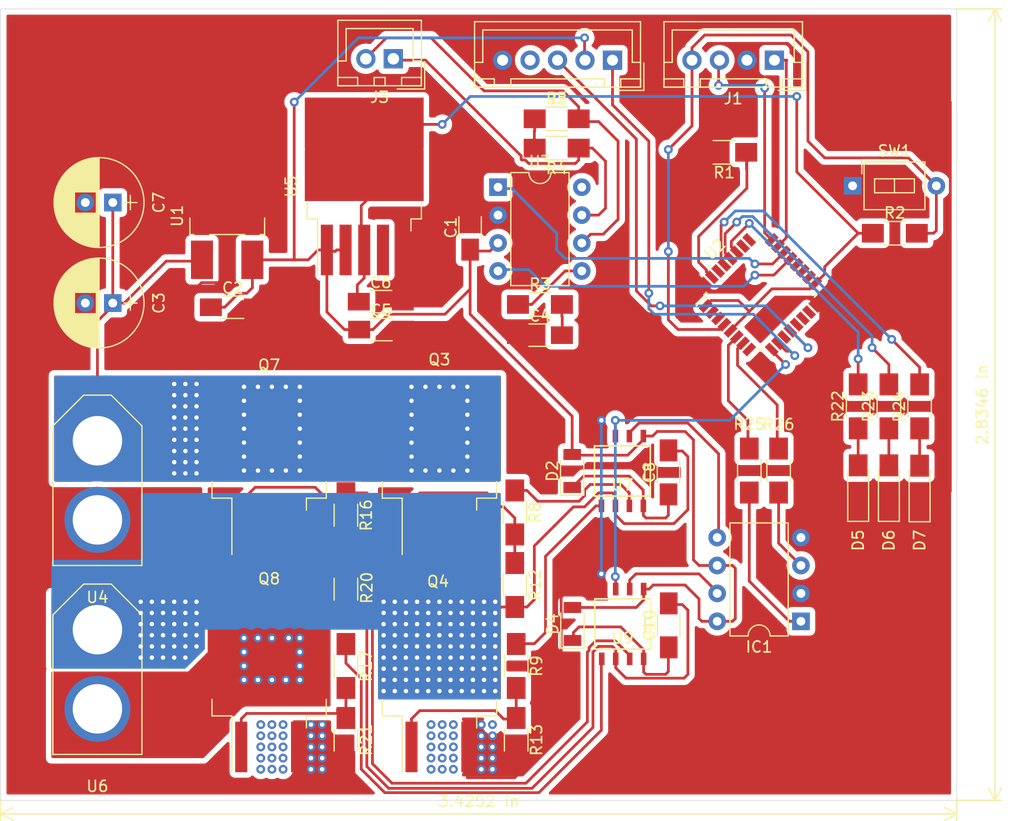
<source format=kicad_pcb>
(kicad_pcb (version 20171130) (host pcbnew "(5.1.0)-1")
  (layers (0 F.Cu signal) (31 B.Cu signal) (34 B.Paste user) (35 F.Paste user) (36 B.SilkS user hide) (37 F.SilkS user) (38 B.Mask user) (39 F.Mask user) (44 Edge.Cuts user))
  (net 0 "")
  (net 1 GND)
  (net 2 +5V)
  (net 3 "Net-(C4-Pad2)")
  (net 4 +3V3)
  (net 5 M_HIGHSIDE1)
  (net 6 "Net-(C8-Pad1)")
  (net 7 M_LOWSIDE1)
  (net 8 "Net-(C10-Pad1)")
  (net 9 "Net-(D5-Pad2)")
  (net 10 "Net-(D6-Pad2)")
  (net 11 "Net-(D7-Pad2)")
  (net 12 pwm_5v_out_1)
  (net 13 "Net-(IC1-Pad3)")
  (net 14 pwm_5v_out_2)
  (net 15 "Net-(IC1-Pad1)")
  (net 16 NRST)
  (net 17 SWCLK)
  (net 18 B_1)
  (net 19 A_1)
  (net 20 CANL)
  (net 21 CANH)
  (net 22 VDD)
  (net 23 "Net-(Q3-Pad1)")
  (net 24 "Net-(Q4-Pad1)")
  (net 25 "Net-(Q7-Pad1)")
  (net 26 "Net-(Q8-Pad1)")
  (net 27 "Net-(R1-Pad1)")
  (net 28 "Net-(R3-Pad1)")
  (net 29 "Net-(R4-Pad2)")
  (net 30 "Net-(R8-Pad1)")
  (net 31 "Net-(R9-Pad1)")
  (net 32 "Net-(R16-Pad1)")
  (net 33 "Net-(R17-Pad1)")
  (net 34 "Net-(R22-Pad2)")
  (net 35 "Net-(R24-Pad2)")
  (net 36 pwm1)
  (net 37 pwm2)
  (net 38 TXD)
  (net 39 RXD)
  (net 40 SD)
  (net 41 "Net-(R23-Pad2)")
  (net 42 SWDIO)
  (module SMD_Packages:SOIC-8-N (layer F.Cu) (at 138.5697 127.0381 180)
    (fp_text reference U7 (at 0 -1.27 180) (layer F.SilkS))
    (fp_text value IR2104)
    (pad 1 smd rect (at -1.905 3.175 180) (size 0.508 1.143) (layers F.Cu F.Paste F.Mask) (net 2 +5V))
    (pad 2 smd rect (at -0.635 3.175 180) (size 0.508 1.143) (layers F.Cu F.Paste F.Mask) (net 12 pwm_5v_out_1))
    (pad 3 smd rect (at 0.635 3.175 180) (size 0.508 1.143) (layers F.Cu F.Paste F.Mask) (net 40 SD))
    (pad 4 smd rect (at 1.905 3.175 180) (size 0.508 1.143) (layers F.Cu F.Paste F.Mask) (net 1 GND))
    (pad 5 smd rect (at 1.905 -3.175 180) (size 0.508 1.143) (layers F.Cu F.Paste F.Mask) (net 31 "Net-(R9-Pad1)"))
    (pad 6 smd rect (at 0.635 -3.175 180) (size 0.508 1.143) (layers F.Cu F.Paste F.Mask) (net 5 M_HIGHSIDE1))
    (pad 7 smd rect (at -0.635 -3.175 180) (size 0.508 1.143) (layers F.Cu F.Paste F.Mask) (net 30 "Net-(R8-Pad1)"))
    (pad 8 smd rect (at -1.905 -3.175 180) (size 0.508 1.143) (layers F.Cu F.Paste F.Mask) (net 6 "Net-(C8-Pad1)"))
  )
  (module Capacitors_SMD:C_1206_HandSoldering (layer F.Cu) (at 142.7607 127.1651 90)
    (fp_text reference C8 (at 0 -1.75 90) (layer F.SilkS))
    (fp_text value 10u)
    (pad 2 smd rect (at 2 0 90) (size 2 1.6) (layers F.Cu F.Paste F.Mask) (net 5 M_HIGHSIDE1))
    (pad 1 smd rect (at -2 0 90) (size 2 1.6) (layers F.Cu F.Paste F.Mask) (net 6 "Net-(C8-Pad1)"))
  )
  (module Diodes_SMD:D_1206 (layer F.Cu) (at 133.9977 127.0381 90)
    (fp_text reference D2 (at 0 -1.8 90) (layer F.SilkS))
    (fp_text value 1N4148)
    (pad 2 smd rect (at 1.5 0 90) (size 1 1.6) (layers F.Cu F.Paste F.Mask) (net 2 +5V))
    (pad 1 smd rect (at -1.5 0 90) (size 1 1.6) (layers F.Cu F.Paste F.Mask) (net 6 "Net-(C8-Pad1)"))
  )
  (module Connectors_JST:JST_XH_B02B-XH-A_02x2.50mm_Straight (layer F.Cu) (at 117.729 89.535 180)
    (fp_text reference J3 (at 1.25 -3.5 180) (layer F.SilkS))
    (fp_text value Conn_01x02)
    (pad 2 thru_hole circle (at 2.5 0 180) (size 1.75 1.75) (drill 1.05) (layers *.Cu *.Mask) (net 20 CANL))
    (pad 1 thru_hole rect (at 0 0 180) (size 1.75 1.75) (drill 1.05) (layers *.Cu *.Mask) (net 21 CANH))
  )
  (module TO_SOT_Packages_SMD:TO-263-2 (layer F.Cu) (at 106.426 146.371 90)
    (fp_text reference Q8 (at 9.525 0 180) (layer F.SilkS))
    (fp_text value SKI03036)
    (pad 1 smd rect (at -5.775 -2.54 90) (size 4.6 1.1) (layers F.Cu F.Paste F.Mask) (net 26 "Net-(Q8-Pad1)"))
    (pad 3 smd rect (at -5.775 2.54 90) (size 4.6 1.1) (layers F.Cu F.Paste F.Mask) (net 1 GND))
    (pad 2 smd rect (at 3.375 0 90) (size 9.4 10.8) (layers F.Cu F.Mask) (net 7 M_LOWSIDE1))
    (pad 2 smd rect (at 5.8 2.775 90) (size 4.55 5.25) (layers F.Cu F.Paste) (net 7 M_LOWSIDE1))
    (pad 2 smd rect (at 0.95 -2.775 90) (size 4.55 5.25) (layers F.Cu F.Paste) (net 7 M_LOWSIDE1))
    (pad 2 smd rect (at 5.8 -2.775 90) (size 4.55 5.25) (layers F.Cu F.Paste) (net 7 M_LOWSIDE1))
    (pad 2 smd rect (at 0.95 2.775 90) (size 4.55 5.25) (layers F.Cu F.Paste) (net 7 M_LOWSIDE1))
  )
  (module TO_SOT_Packages_SMD:TO-263-2 (layer F.Cu) (at 106.426 126.559 90)
    (fp_text reference Q7 (at 9.144 0 180) (layer F.SilkS))
    (fp_text value SKI03036)
    (pad 2 smd rect (at 0.95 2.775 90) (size 4.55 5.25) (layers F.Cu F.Paste) (net 22 VDD))
    (pad 2 smd rect (at 5.8 -2.775 90) (size 4.55 5.25) (layers F.Cu F.Paste) (net 22 VDD))
    (pad 2 smd rect (at 0.95 -2.775 90) (size 4.55 5.25) (layers F.Cu F.Paste) (net 22 VDD))
    (pad 2 smd rect (at 5.8 2.775 90) (size 4.55 5.25) (layers F.Cu F.Paste) (net 22 VDD))
    (pad 2 smd rect (at 3.375 0 90) (size 9.4 10.8) (layers F.Cu F.Mask) (net 22 VDD))
    (pad 3 smd rect (at -5.775 2.54 90) (size 4.6 1.1) (layers F.Cu F.Paste F.Mask) (net 7 M_LOWSIDE1))
    (pad 1 smd rect (at -5.775 -2.54 90) (size 4.6 1.1) (layers F.Cu F.Paste F.Mask) (net 25 "Net-(Q7-Pad1)"))
  )
  (module TO_SOT_Packages_SMD:TO-263-2 (layer F.Cu) (at 121.92 126.559 90)
    (fp_text reference Q3 (at 9.652 0 180) (layer F.SilkS))
    (fp_text value SKI03036)
    (pad 1 smd rect (at -5.775 -2.54 90) (size 4.6 1.1) (layers F.Cu F.Paste F.Mask) (net 23 "Net-(Q3-Pad1)"))
    (pad 3 smd rect (at -5.775 2.54 90) (size 4.6 1.1) (layers F.Cu F.Paste F.Mask) (net 5 M_HIGHSIDE1))
    (pad 2 smd rect (at 3.375 0 90) (size 9.4 10.8) (layers F.Cu F.Mask) (net 22 VDD))
    (pad 2 smd rect (at 5.8 2.775 90) (size 4.55 5.25) (layers F.Cu F.Paste) (net 22 VDD))
    (pad 2 smd rect (at 0.95 -2.775 90) (size 4.55 5.25) (layers F.Cu F.Paste) (net 22 VDD))
    (pad 2 smd rect (at 5.8 -2.775 90) (size 4.55 5.25) (layers F.Cu F.Paste) (net 22 VDD))
    (pad 2 smd rect (at 0.95 2.775 90) (size 4.55 5.25) (layers F.Cu F.Paste) (net 22 VDD))
  )
  (module TO_SOT_Packages_SMD:TO-263-2 (layer F.Cu) (at 121.92 146.371 90)
    (fp_text reference Q4 (at 9.271 -0.127 180) (layer F.SilkS))
    (fp_text value SKI03036)
    (pad 2 smd rect (at 0.95 2.775 90) (size 4.55 5.25) (layers F.Cu F.Paste) (net 5 M_HIGHSIDE1))
    (pad 2 smd rect (at 5.8 -2.775 90) (size 4.55 5.25) (layers F.Cu F.Paste) (net 5 M_HIGHSIDE1))
    (pad 2 smd rect (at 0.95 -2.775 90) (size 4.55 5.25) (layers F.Cu F.Paste) (net 5 M_HIGHSIDE1))
    (pad 2 smd rect (at 5.8 2.775 90) (size 4.55 5.25) (layers F.Cu F.Paste) (net 5 M_HIGHSIDE1))
    (pad 2 smd rect (at 3.375 0 90) (size 9.4 10.8) (layers F.Cu F.Mask) (net 5 M_HIGHSIDE1))
    (pad 3 smd rect (at -5.775 2.54 90) (size 4.6 1.1) (layers F.Cu F.Paste F.Mask) (net 1 GND))
    (pad 1 smd rect (at -5.775 -2.54 90) (size 4.6 1.1) (layers F.Cu F.Paste F.Mask) (net 24 "Net-(Q4-Pad1)"))
  )
  (module mylib2:XT-60 (layer F.Cu) (at 90.805 152.828)
    (fp_text reference U6 (at 0 2.9) (layer F.SilkS))
    (fp_text value XT-60)
    (pad 2 thru_hole circle (at 0 -4.15) (size 6 6) (drill 4.5) (layers *.Cu *.Mask) (net 7 M_LOWSIDE1))
    (pad 1 thru_hole circle (at 0 -11.35) (size 6 6) (drill 4.5) (layers *.Cu *.Mask) (net 5 M_HIGHSIDE1))
  )
  (module mylib2:XT-60 (layer F.Cu) (at 90.805 135.636)
    (fp_text reference U4 (at 0 2.9) (layer F.SilkS))
    (fp_text value XT-60)
    (pad 2 thru_hole circle (at 0 -4.15) (size 6 6) (drill 4.5) (layers *.Cu *.Mask) (net 1 GND))
    (pad 1 thru_hole circle (at 0 -11.35) (size 6 6) (drill 4.5) (layers *.Cu *.Mask) (net 22 VDD))
  )
  (module Resistors_SMD:R_1206_HandSoldering (layer F.Cu) (at 113.411 144.78 270)
    (fp_text reference R17 (at 0 -1.85 270) (layer F.SilkS))
    (fp_text value 10)
    (pad 1 smd rect (at -2 0 270) (size 2 1.7) (layers F.Cu F.Paste F.Mask) (net 33 "Net-(R17-Pad1)"))
    (pad 2 smd rect (at 2 0 270) (size 2 1.7) (layers F.Cu F.Paste F.Mask) (net 26 "Net-(Q8-Pad1)"))
  )
  (module Capacitors_SMD:C_1206_HandSoldering (layer F.Cu) (at 124.714 104.902 90)
    (fp_text reference C1 (at 0 -1.75 90) (layer F.SilkS))
    (fp_text value 0.1uF)
    (pad 2 smd rect (at 2 0 90) (size 2 1.6) (layers F.Cu F.Paste F.Mask) (net 1 GND))
    (pad 1 smd rect (at -2 0 90) (size 2 1.6) (layers F.Cu F.Paste F.Mask) (net 2 +5V))
  )
  (module Capacitors_SMD:C_1206_HandSoldering (layer F.Cu) (at 103.124 112.141)
    (fp_text reference C2 (at 0 -1.75) (layer F.SilkS))
    (fp_text value 0.1u)
    (pad 2 smd rect (at 2 0) (size 2 1.6) (layers F.Cu F.Paste F.Mask) (net 1 GND))
    (pad 1 smd rect (at -2 0) (size 2 1.6) (layers F.Cu F.Paste F.Mask) (net 2 +5V))
  )
  (module Capacitors_SMD:C_1206_HandSoldering (layer F.Cu) (at 131.064 114.681)
    (fp_text reference C4 (at 0 -1.75) (layer F.SilkS))
    (fp_text value 4700pF)
    (pad 1 smd rect (at -2 0) (size 2 1.6) (layers F.Cu F.Paste F.Mask) (net 1 GND))
    (pad 2 smd rect (at 2 0) (size 2 1.6) (layers F.Cu F.Paste F.Mask) (net 3 "Net-(C4-Pad2)"))
  )
  (module Capacitors_SMD:C_1206_HandSoldering (layer F.Cu) (at 116.618 114.173)
    (fp_text reference C5 (at 0 -1.75) (layer F.SilkS))
    (fp_text value 0.33u)
    (pad 1 smd rect (at -2 0) (size 2 1.6) (layers F.Cu F.Paste F.Mask) (net 2 +5V))
    (pad 2 smd rect (at 2 0) (size 2 1.6) (layers F.Cu F.Paste F.Mask) (net 1 GND))
  )
  (module Capacitors_SMD:C_1206_HandSoldering (layer F.Cu) (at 116.586 111.633)
    (fp_text reference C6 (at 0 -1.75) (layer F.SilkS))
    (fp_text value 47u)
    (pad 2 smd rect (at 2 0) (size 2 1.6) (layers F.Cu F.Paste F.Mask) (net 1 GND))
    (pad 1 smd rect (at -2 0) (size 2 1.6) (layers F.Cu F.Paste F.Mask) (net 4 +3V3))
  )
  (module Capacitors_SMD:C_1206_HandSoldering (layer F.Cu) (at 142.7861 141.0843 90)
    (fp_text reference C10 (at 0 -1.75 90) (layer F.SilkS))
    (fp_text value 10u)
    (pad 1 smd rect (at -2 0 90) (size 2 1.6) (layers F.Cu F.Paste F.Mask) (net 8 "Net-(C10-Pad1)"))
    (pad 2 smd rect (at 2 0 90) (size 2 1.6) (layers F.Cu F.Paste F.Mask) (net 7 M_LOWSIDE1))
  )
  (module Diodes_SMD:D_1206 (layer F.Cu) (at 134.0231 140.9573 90)
    (fp_text reference D4 (at 0 -1.8 90) (layer F.SilkS))
    (fp_text value 1N4148)
    (pad 2 smd rect (at 1.5 0 90) (size 1 1.6) (layers F.Cu F.Paste F.Mask) (net 2 +5V))
    (pad 1 smd rect (at -1.5 0 90) (size 1 1.6) (layers F.Cu F.Paste F.Mask) (net 8 "Net-(C10-Pad1)"))
  )
  (module LEDs:LED_1206_HandSoldering (layer F.Cu) (at 160.02 128.524 90)
    (fp_text reference D5 (at -4.826 0 90) (layer F.SilkS))
    (fp_text value LED)
    (pad 2 smd rect (at 2 0 90) (size 2 1.7) (layers F.Cu F.Paste F.Mask) (net 9 "Net-(D5-Pad2)"))
    (pad 1 smd rect (at -2 0 90) (size 2 1.7) (layers F.Cu F.Paste F.Mask) (net 1 GND))
  )
  (module LEDs:LED_1206_HandSoldering (layer F.Cu) (at 162.814 128.524 90)
    (fp_text reference D6 (at -4.826 0 90) (layer F.SilkS))
    (fp_text value LED)
    (pad 2 smd rect (at 2 0 90) (size 2 1.7) (layers F.Cu F.Paste F.Mask) (net 10 "Net-(D6-Pad2)"))
    (pad 1 smd rect (at -2 0 90) (size 2 1.7) (layers F.Cu F.Paste F.Mask) (net 1 GND))
  )
  (module LEDs:LED_1206_HandSoldering (layer F.Cu) (at 165.608 128.556 90)
    (fp_text reference D7 (at -4.794 0 90) (layer F.SilkS))
    (fp_text value LED)
    (pad 1 smd rect (at -2 0 90) (size 2 1.7) (layers F.Cu F.Paste F.Mask) (net 1 GND))
    (pad 2 smd rect (at 2 0 90) (size 2 1.7) (layers F.Cu F.Paste F.Mask) (net 11 "Net-(D7-Pad2)"))
  )
  (module Housings_DIP:DIP-8_W7.62mm (layer F.Cu) (at 154.813 140.716 180)
    (fp_text reference IC1 (at 3.81 -2.33 180) (layer F.SilkS))
    (fp_text value TLP621-2)
    (pad 8 thru_hole oval (at 7.62 0 180) (size 1.6 1.6) (drill 0.8) (layers *.Cu *.Mask) (net 2 +5V))
    (pad 4 thru_hole oval (at 0 7.62 180) (size 1.6 1.6) (drill 0.8) (layers *.Cu *.Mask) (net 1 GND))
    (pad 7 thru_hole oval (at 7.62 2.54 180) (size 1.6 1.6) (drill 0.8) (layers *.Cu *.Mask) (net 14 pwm_5v_out_2))
    (pad 3 thru_hole oval (at 0 5.08 180) (size 1.6 1.6) (drill 0.8) (layers *.Cu *.Mask) (net 13 "Net-(IC1-Pad3)"))
    (pad 6 thru_hole oval (at 7.62 5.08 180) (size 1.6 1.6) (drill 0.8) (layers *.Cu *.Mask) (net 2 +5V))
    (pad 2 thru_hole oval (at 0 2.54 180) (size 1.6 1.6) (drill 0.8) (layers *.Cu *.Mask) (net 1 GND))
    (pad 5 thru_hole oval (at 7.62 7.62 180) (size 1.6 1.6) (drill 0.8) (layers *.Cu *.Mask) (net 12 pwm_5v_out_1))
    (pad 1 thru_hole rect (at 0 0 180) (size 1.6 1.6) (drill 0.8) (layers *.Cu *.Mask) (net 15 "Net-(IC1-Pad1)"))
  )
  (module Connectors_JST:JST_XH_B04B-XH-A_04x2.50mm_Straight (layer F.Cu) (at 152.4 89.662 180)
    (fp_text reference J1 (at 3.75 -3.5 180) (layer F.SilkS))
    (fp_text value Conn_01x04)
    (pad 4 thru_hole circle (at 7.5 0 180) (size 1.75 1.75) (drill 1) (layers *.Cu *.Mask) (net 16 NRST))
    (pad 3 thru_hole circle (at 5 0 180) (size 1.75 1.75) (drill 1) (layers *.Cu *.Mask) (net 42 SWDIO))
    (pad 2 thru_hole circle (at 2.5 0 180) (size 1.75 1.75) (drill 1) (layers *.Cu *.Mask) (net 1 GND))
    (pad 1 thru_hole rect (at 0 0 180) (size 1.75 1.75) (drill 1) (layers *.Cu *.Mask) (net 17 SWCLK))
  )
  (module Connectors_JST:JST_XH_B05B-XH-A_05x2.50mm_Straight (layer F.Cu) (at 137.668 89.662 180)
    (fp_text reference J2 (at 5 -3.5 180) (layer F.SilkS))
    (fp_text value Conn_01x05)
    (pad 1 thru_hole rect (at 0 0 180) (size 1.75 1.75) (drill 1) (layers *.Cu *.Mask) (net 18 B_1))
    (pad 2 thru_hole circle (at 2.5 0 180) (size 1.75 1.75) (drill 1) (layers *.Cu *.Mask) (net 2 +5V))
    (pad 3 thru_hole circle (at 5 0 180) (size 1.75 1.75) (drill 1) (layers *.Cu *.Mask) (net 19 A_1))
    (pad 4 thru_hole circle (at 7.5 0 180) (size 1.75 1.75) (drill 1) (layers *.Cu *.Mask))
    (pad 5 thru_hole circle (at 10 0 180) (size 1.75 1.75) (drill 1) (layers *.Cu *.Mask) (net 1 GND))
  )
  (module Resistors_SMD:R_1206_HandSoldering (layer F.Cu) (at 147.828 98.044 180)
    (fp_text reference R1 (at 0 -1.85 180) (layer F.SilkS))
    (fp_text value 10k)
    (pad 2 smd rect (at 2 0 180) (size 2 1.7) (layers F.Cu F.Paste F.Mask) (net 1 GND))
    (pad 1 smd rect (at -2 0 180) (size 2 1.7) (layers F.Cu F.Paste F.Mask) (net 27 "Net-(R1-Pad1)"))
  )
  (module Resistors_SMD:R_1206_HandSoldering (layer F.Cu) (at 163.354 105.41)
    (fp_text reference R2 (at 0 -1.85) (layer F.SilkS))
    (fp_text value 10k)
    (pad 2 smd rect (at 2 0) (size 2 1.7) (layers F.Cu F.Paste F.Mask) (net 16 NRST))
    (pad 1 smd rect (at -2 0) (size 2 1.7) (layers F.Cu F.Paste F.Mask) (net 4 +3V3))
  )
  (module Resistors_SMD:R_1206_HandSoldering (layer F.Cu) (at 131.064 111.887)
    (fp_text reference R3 (at 0 -1.85) (layer F.SilkS))
    (fp_text value 300)
    (pad 1 smd rect (at -2 0) (size 2 1.7) (layers F.Cu F.Paste F.Mask) (net 28 "Net-(R3-Pad1)"))
    (pad 2 smd rect (at 2 0) (size 2 1.7) (layers F.Cu F.Paste F.Mask) (net 3 "Net-(C4-Pad2)"))
  )
  (module Resistors_SMD:R_1206_HandSoldering (layer F.Cu) (at 132.588 97.663 180)
    (fp_text reference R4 (at 0 -1.85 180) (layer F.SilkS))
    (fp_text value 60)
    (pad 2 smd rect (at 2 0 180) (size 2 1.7) (layers F.Cu F.Paste F.Mask) (net 29 "Net-(R4-Pad2)"))
    (pad 1 smd rect (at -2 0 180) (size 2 1.7) (layers F.Cu F.Paste F.Mask) (net 21 CANH))
  )
  (module Resistors_SMD:R_1206_HandSoldering (layer F.Cu) (at 132.588 94.996)
    (fp_text reference R5 (at 0 -1.85) (layer F.SilkS))
    (fp_text value 60)
    (pad 2 smd rect (at 2 0) (size 2 1.7) (layers F.Cu F.Paste F.Mask) (net 20 CANL))
    (pad 1 smd rect (at -2 0) (size 2 1.7) (layers F.Cu F.Paste F.Mask) (net 29 "Net-(R4-Pad2)"))
  )
  (module Resistors_SMD:R_1206_HandSoldering (layer F.Cu) (at 128.778 130.81 270)
    (fp_text reference R8 (at 0 -1.85 270) (layer F.SilkS))
    (fp_text value 10)
    (pad 2 smd rect (at 2 0 270) (size 2 1.7) (layers F.Cu F.Paste F.Mask) (net 23 "Net-(Q3-Pad1)"))
    (pad 1 smd rect (at -2 0 270) (size 2 1.7) (layers F.Cu F.Paste F.Mask) (net 30 "Net-(R8-Pad1)"))
  )
  (module Resistors_SMD:R_1206_HandSoldering (layer F.Cu) (at 128.905 144.78 270)
    (fp_text reference R9 (at 0 -1.85 270) (layer F.SilkS))
    (fp_text value 10)
    (pad 1 smd rect (at -2 0 270) (size 2 1.7) (layers F.Cu F.Paste F.Mask) (net 31 "Net-(R9-Pad1)"))
    (pad 2 smd rect (at 2 0 270) (size 2 1.7) (layers F.Cu F.Paste F.Mask) (net 24 "Net-(Q4-Pad1)"))
  )
  (module Resistors_SMD:R_1206_HandSoldering (layer F.Cu) (at 128.778 137.414 270)
    (fp_text reference R12 (at 0 -1.85 270) (layer F.SilkS))
    (fp_text value 10k)
    (pad 1 smd rect (at -2 0 270) (size 2 1.7) (layers F.Cu F.Paste F.Mask) (net 23 "Net-(Q3-Pad1)"))
    (pad 2 smd rect (at 2 0 270) (size 2 1.7) (layers F.Cu F.Paste F.Mask) (net 5 M_HIGHSIDE1))
  )
  (module Resistors_SMD:R_1206_HandSoldering (layer F.Cu) (at 128.905 151.511 270)
    (fp_text reference R13 (at 0 -1.85 270) (layer F.SilkS))
    (fp_text value 10k)
    (pad 1 smd rect (at -2 0 270) (size 2 1.7) (layers F.Cu F.Paste F.Mask) (net 24 "Net-(Q4-Pad1)"))
    (pad 2 smd rect (at 2 0 270) (size 2 1.7) (layers F.Cu F.Paste F.Mask) (net 1 GND))
  )
  (module Resistors_SMD:R_1206_HandSoldering (layer F.Cu) (at 113.411 131.064 270)
    (fp_text reference R16 (at 0 -1.85 270) (layer F.SilkS))
    (fp_text value 10)
    (pad 2 smd rect (at 2 0 270) (size 2 1.7) (layers F.Cu F.Paste F.Mask) (net 25 "Net-(Q7-Pad1)"))
    (pad 1 smd rect (at -2 0 270) (size 2 1.7) (layers F.Cu F.Paste F.Mask) (net 32 "Net-(R16-Pad1)"))
  )
  (module Resistors_SMD:R_1206_HandSoldering (layer F.Cu) (at 113.411 137.795 270)
    (fp_text reference R20 (at -0.127 -1.905 270) (layer F.SilkS))
    (fp_text value 10k)
    (pad 2 smd rect (at 2 0 270) (size 2 1.7) (layers F.Cu F.Paste F.Mask) (net 7 M_LOWSIDE1))
    (pad 1 smd rect (at -2 0 270) (size 2 1.7) (layers F.Cu F.Paste F.Mask) (net 25 "Net-(Q7-Pad1)"))
  )
  (module Resistors_SMD:R_1206_HandSoldering (layer F.Cu) (at 113.411 151.511 270)
    (fp_text reference R21 (at 0 -1.85 270) (layer F.SilkS))
    (fp_text value 10k)
    (pad 1 smd rect (at -2 0 270) (size 2 1.7) (layers F.Cu F.Paste F.Mask) (net 26 "Net-(Q8-Pad1)"))
    (pad 2 smd rect (at 2 0 270) (size 2 1.7) (layers F.Cu F.Paste F.Mask) (net 1 GND))
  )
  (module Resistors_SMD:R_1206_HandSoldering (layer F.Cu) (at 160.02 121.158 90)
    (fp_text reference R22 (at 0 -1.85 90) (layer F.SilkS))
    (fp_text value 10k)
    (pad 1 smd rect (at -2 0 90) (size 2 1.7) (layers F.Cu F.Paste F.Mask) (net 9 "Net-(D5-Pad2)"))
    (pad 2 smd rect (at 2 0 90) (size 2 1.7) (layers F.Cu F.Paste F.Mask) (net 34 "Net-(R22-Pad2)"))
  )
  (module Resistors_SMD:R_1206_HandSoldering (layer F.Cu) (at 162.814 121.158 90)
    (fp_text reference R23 (at 0 -1.85 90) (layer F.SilkS))
    (fp_text value 10k)
    (pad 2 smd rect (at 2 0 90) (size 2 1.7) (layers F.Cu F.Paste F.Mask) (net 41 "Net-(R23-Pad2)"))
    (pad 1 smd rect (at -2 0 90) (size 2 1.7) (layers F.Cu F.Paste F.Mask) (net 10 "Net-(D6-Pad2)"))
  )
  (module Resistors_SMD:R_1206_HandSoldering (layer F.Cu) (at 165.608 121.158 90)
    (fp_text reference R24 (at 0 -1.85 90) (layer F.SilkS))
    (fp_text value 10k)
    (pad 1 smd rect (at -2 0 90) (size 2 1.7) (layers F.Cu F.Paste F.Mask) (net 11 "Net-(D7-Pad2)"))
    (pad 2 smd rect (at 2 0 90) (size 2 1.7) (layers F.Cu F.Paste F.Mask) (net 35 "Net-(R24-Pad2)"))
  )
  (module Resistors_SMD:R_1206_HandSoldering (layer F.Cu) (at 150.114 127 270)
    (fp_text reference R25 (at -4.223 0) (layer F.SilkS))
    (fp_text value 220)
    (pad 1 smd rect (at -2 0 270) (size 2 1.7) (layers F.Cu F.Paste F.Mask) (net 37 pwm2))
    (pad 2 smd rect (at 2 0 270) (size 2 1.7) (layers F.Cu F.Paste F.Mask) (net 15 "Net-(IC1-Pad1)"))
  )
  (module Resistors_SMD:R_1206_HandSoldering (layer F.Cu) (at 152.781 127 270)
    (fp_text reference R26 (at -4.191 0) (layer F.SilkS))
    (fp_text value 220)
    (pad 2 smd rect (at 2 0 270) (size 2 1.7) (layers F.Cu F.Paste F.Mask) (net 13 "Net-(IC1-Pad3)"))
    (pad 1 smd rect (at -2 0 270) (size 2 1.7) (layers F.Cu F.Paste F.Mask) (net 36 pwm1))
  )
  (module Buttons_Switches_THT:SW_DIP_x1_W7.62mm_Slide_LowProfile (layer F.Cu) (at 159.512 101.092)
    (fp_text reference SW1 (at 3.81 -3.17) (layer F.SilkS))
    (fp_text value SW_Push)
    (pad 2 thru_hole oval (at 7.62 0) (size 1.6 1.6) (drill 0.8) (layers *.Cu *.Mask) (net 16 NRST))
    (pad 1 thru_hole rect (at 0 0) (size 1.6 1.6) (drill 0.8) (layers *.Cu *.Mask) (net 1 GND))
  )
  (module TO_SOT_Packages_SMD:TO-252-2_Rectifier (layer F.Cu) (at 102.616 103.251 90)
    (fp_text reference U1 (at -0.575 -4.55 90) (layer F.SilkS))
    (fp_text value NJM7800S)
    (pad 2 smd rect (at 2.825 0) (size 7 7) (layers F.Cu F.Paste F.Mask) (net 1 GND))
    (pad 3 smd rect (at -4.575 2.28) (size 2 3.5) (layers F.Cu F.Paste F.Mask) (net 2 +5V))
    (pad 1 smd rect (at -4.575 -2.3) (size 2 3.5) (layers F.Cu F.Paste F.Mask) (net 22 VDD))
  )
  (module Housings_QFP:LQFP-32_7x7mm_Pitch0.8mm (layer F.Cu) (at 151.13 110.998 45)
    (fp_text reference U2 (at 0 -5.85 45) (layer F.SilkS))
    (fp_text value STM32F303K8Tx)
    (pad 32 smd rect (at -2.8 -4.25 135) (size 1.2 0.6) (layers F.Cu F.Paste F.Mask) (net 1 GND))
    (pad 31 smd rect (at -2 -4.25 135) (size 1.2 0.6) (layers F.Cu F.Paste F.Mask) (net 27 "Net-(R1-Pad1)"))
    (pad 30 smd rect (at -1.2 -4.25 135) (size 1.2 0.6) (layers F.Cu F.Paste F.Mask))
    (pad 29 smd rect (at -0.4 -4.25 135) (size 1.2 0.6) (layers F.Cu F.Paste F.Mask) (net 35 "Net-(R24-Pad2)"))
    (pad 28 smd rect (at 0.4 -4.25 135) (size 1.2 0.6) (layers F.Cu F.Paste F.Mask) (net 41 "Net-(R23-Pad2)"))
    (pad 27 smd rect (at 1.2 -4.25 135) (size 1.2 0.6) (layers F.Cu F.Paste F.Mask) (net 34 "Net-(R22-Pad2)"))
    (pad 26 smd rect (at 2 -4.25 135) (size 1.2 0.6) (layers F.Cu F.Paste F.Mask))
    (pad 25 smd rect (at 2.8 -4.25 135) (size 1.2 0.6) (layers F.Cu F.Paste F.Mask))
    (pad 24 smd rect (at 4.25 -2.8 45) (size 1.2 0.6) (layers F.Cu F.Paste F.Mask) (net 42 SWDIO))
    (pad 23 smd rect (at 4.25 -2 45) (size 1.2 0.6) (layers F.Cu F.Paste F.Mask) (net 17 SWCLK))
    (pad 22 smd rect (at 4.25 -1.2 45) (size 1.2 0.6) (layers F.Cu F.Paste F.Mask) (net 38 TXD))
    (pad 21 smd rect (at 4.25 -0.4 45) (size 1.2 0.6) (layers F.Cu F.Paste F.Mask) (net 39 RXD))
    (pad 20 smd rect (at 4.25 0.4 45) (size 1.2 0.6) (layers F.Cu F.Paste F.Mask))
    (pad 19 smd rect (at 4.25 1.2 45) (size 1.2 0.6) (layers F.Cu F.Paste F.Mask))
    (pad 18 smd rect (at 4.25 2 45) (size 1.2 0.6) (layers F.Cu F.Paste F.Mask))
    (pad 17 smd rect (at 4.25 2.8 45) (size 1.2 0.6) (layers F.Cu F.Paste F.Mask) (net 4 +3V3))
    (pad 16 smd rect (at 2.8 4.25 135) (size 1.2 0.6) (layers F.Cu F.Paste F.Mask) (net 1 GND))
    (pad 15 smd rect (at 2 4.25 135) (size 1.2 0.6) (layers F.Cu F.Paste F.Mask))
    (pad 14 smd rect (at 1.2 4.25 135) (size 1.2 0.6) (layers F.Cu F.Paste F.Mask))
    (pad 13 smd rect (at 0.4 4.25 135) (size 1.2 0.6) (layers F.Cu F.Paste F.Mask))
    (pad 12 smd rect (at -0.4 4.25 135) (size 1.2 0.6) (layers F.Cu F.Paste F.Mask) (net 19 A_1))
    (pad 11 smd rect (at -1.2 4.25 135) (size 1.2 0.6) (layers F.Cu F.Paste F.Mask))
    (pad 10 smd rect (at -2 4.25 135) (size 1.2 0.6) (layers F.Cu F.Paste F.Mask) (net 18 B_1))
    (pad 9 smd rect (at -2.8 4.25 135) (size 1.2 0.6) (layers F.Cu F.Paste F.Mask) (net 40 SD))
    (pad 8 smd rect (at -4.25 2.8 45) (size 1.2 0.6) (layers F.Cu F.Paste F.Mask))
    (pad 7 smd rect (at -4.25 2 45) (size 1.2 0.6) (layers F.Cu F.Paste F.Mask) (net 36 pwm1))
    (pad 6 smd rect (at -4.25 1.2 45) (size 1.2 0.6) (layers F.Cu F.Paste F.Mask) (net 37 pwm2))
    (pad 5 smd rect (at -4.25 0.4 45) (size 1.2 0.6) (layers F.Cu F.Paste F.Mask) (net 4 +3V3))
    (pad 4 smd rect (at -4.25 -0.4 45) (size 1.2 0.6) (layers F.Cu F.Paste F.Mask) (net 16 NRST))
    (pad 3 smd rect (at -4.25 -1.2 45) (size 1.2 0.6) (layers F.Cu F.Paste F.Mask))
    (pad 2 smd rect (at -4.25 -2 45) (size 1.2 0.6) (layers F.Cu F.Paste F.Mask))
    (pad 1 smd rect (at -4.25 -2.8 45) (size 1.2 0.6) (layers F.Cu F.Paste F.Mask) (net 4 +3V3))
  )
  (module Housings_DIP:DIP-8_W7.62mm (layer F.Cu) (at 127.254 101.219)
    (fp_text reference U3 (at 3.81 -2.33) (layer F.SilkS))
    (fp_text value MCP2561-E-P)
    (pad 1 thru_hole rect (at 0 0) (size 1.6 1.6) (drill 0.8) (layers *.Cu *.Mask) (net 38 TXD))
    (pad 5 thru_hole oval (at 7.62 7.62) (size 1.6 1.6) (drill 0.8) (layers *.Cu *.Mask) (net 28 "Net-(R3-Pad1)"))
    (pad 2 thru_hole oval (at 0 2.54) (size 1.6 1.6) (drill 0.8) (layers *.Cu *.Mask) (net 1 GND))
    (pad 6 thru_hole oval (at 7.62 5.08) (size 1.6 1.6) (drill 0.8) (layers *.Cu *.Mask) (net 20 CANL))
    (pad 3 thru_hole oval (at 0 5.08) (size 1.6 1.6) (drill 0.8) (layers *.Cu *.Mask) (net 2 +5V))
    (pad 7 thru_hole oval (at 7.62 2.54) (size 1.6 1.6) (drill 0.8) (layers *.Cu *.Mask) (net 21 CANH))
    (pad 4 thru_hole oval (at 0 7.62) (size 1.6 1.6) (drill 0.8) (layers *.Cu *.Mask) (net 39 RXD))
    (pad 8 thru_hole oval (at 7.62 0) (size 1.6 1.6) (drill 0.8) (layers *.Cu *.Mask))
  )
  (module TO_SOT_Packages_SMD:TO-263-5_TabPin6 (layer F.Cu) (at 115.081 101.153 90)
    (fp_text reference U5 (at 0 -6.65 90) (layer F.SilkS))
    (fp_text value PQ033EZ1HZ)
    (pad 6 smd rect (at 0.95 2.775 90) (size 4.55 5.25) (layers F.Cu F.Paste) (net 4 +3V3))
    (pad 6 smd rect (at 5.8 -2.775 90) (size 4.55 5.25) (layers F.Cu F.Paste) (net 4 +3V3))
    (pad 6 smd rect (at 0.95 -2.775 90) (size 4.55 5.25) (layers F.Cu F.Paste) (net 4 +3V3))
    (pad 6 smd rect (at 5.8 2.775 90) (size 4.55 5.25) (layers F.Cu F.Paste) (net 4 +3V3))
    (pad 6 smd rect (at 3.375 0 90) (size 9.4 10.8) (layers F.Cu F.Mask) (net 4 +3V3))
    (pad 5 smd rect (at -5.775 3.4 90) (size 4.6 1.1) (layers F.Cu F.Paste F.Mask) (net 1 GND))
    (pad 4 smd rect (at -5.775 1.7 90) (size 4.6 1.1) (layers F.Cu F.Paste F.Mask))
    (pad 3 smd rect (at -5.775 0 90) (size 4.6 1.1) (layers F.Cu F.Paste F.Mask) (net 4 +3V3))
    (pad 2 smd rect (at -5.775 -1.7 90) (size 4.6 1.1) (layers F.Cu F.Paste F.Mask) (net 2 +5V))
    (pad 1 smd rect (at -5.775 -3.4 90) (size 4.6 1.1) (layers F.Cu F.Paste F.Mask) (net 2 +5V))
  )
  (module SMD_Packages:SOIC-8-N (layer F.Cu) (at 138.5951 140.9573 180)
    (fp_text reference U9 (at 0 -1.27 180) (layer F.SilkS))
    (fp_text value IR2104)
    (pad 8 smd rect (at -1.905 -3.175 180) (size 0.508 1.143) (layers F.Cu F.Paste F.Mask) (net 8 "Net-(C10-Pad1)"))
    (pad 7 smd rect (at -0.635 -3.175 180) (size 0.508 1.143) (layers F.Cu F.Paste F.Mask) (net 32 "Net-(R16-Pad1)"))
    (pad 6 smd rect (at 0.635 -3.175 180) (size 0.508 1.143) (layers F.Cu F.Paste F.Mask) (net 7 M_LOWSIDE1))
    (pad 5 smd rect (at 1.905 -3.175 180) (size 0.508 1.143) (layers F.Cu F.Paste F.Mask) (net 33 "Net-(R17-Pad1)"))
    (pad 4 smd rect (at 1.905 3.175 180) (size 0.508 1.143) (layers F.Cu F.Paste F.Mask) (net 1 GND))
    (pad 3 smd rect (at 0.635 3.175 180) (size 0.508 1.143) (layers F.Cu F.Paste F.Mask) (net 40 SD))
    (pad 2 smd rect (at -0.635 3.175 180) (size 0.508 1.143) (layers F.Cu F.Paste F.Mask) (net 14 pwm_5v_out_2))
    (pad 1 smd rect (at -1.905 3.175 180) (size 0.508 1.143) (layers F.Cu F.Paste F.Mask) (net 2 +5V))
  )
  (module Capacitors_THT:CP_Radial_D8.0mm_P2.50mm (layer F.Cu) (at 92.202 111.76 180)
    (fp_text reference C3 (at -4.191 0 -90) (layer F.SilkS))
    (fp_text value CP)
    (pad 1 thru_hole rect (at 0 0 180) (size 1.6 1.6) (drill 0.8) (layers *.Cu *.Mask) (net 22 VDD))
    (pad 2 thru_hole circle (at 2.5 0 180) (size 1.6 1.6) (drill 0.8) (layers *.Cu *.Mask) (net 1 GND))
  )
  (module Capacitors_THT:CP_Radial_D8.0mm_P2.50mm (layer F.Cu) (at 92.202 102.616 180)
    (fp_text reference C7 (at -4.191 0 -90) (layer F.SilkS))
    (fp_text value CP)
    (pad 2 thru_hole circle (at 2.5 0 180) (size 1.6 1.6) (drill 0.8) (layers *.Cu *.Mask) (net 1 GND))
    (pad 1 thru_hole rect (at 0 0 180) (size 1.6 1.6) (drill 0.8) (layers *.Cu *.Mask) (net 22 VDD))
  )
  (dimension 72 (width 0.12) (layer F.SilkS) (gr_text "72.000 mm" (at 173.736 121 90) (layer F.SilkS) (effects (font (size 1 1) (thickness 0.15)))) (feature1 (pts (xy 169 85) (xy 173.052421 85))) (feature2 (pts (xy 169 157) (xy 173.052421 157))) (crossbar (pts (xy 172.466 157) (xy 172.466 85))) (arrow1a (pts (xy 172.466 85) (xy 173.052421 86.126504))) (arrow1b (pts (xy 172.466 85) (xy 171.879579 86.126504))) (arrow2a (pts (xy 172.466 157) (xy 173.052421 155.873496))) (arrow2b (pts (xy 172.466 157) (xy 171.879579 155.873496))))
  (dimension 87 (width 0.12) (layer F.SilkS) (gr_text "87.000 mm" (at 125.5 159.512) (layer F.SilkS) (effects (font (size 1 1) (thickness 0.15)))) (feature1 (pts (xy 169 157) (xy 169 158.828421))) (feature2 (pts (xy 82 157) (xy 82 158.828421))) (crossbar (pts (xy 82 158.242) (xy 169 158.242))) (arrow1a (pts (xy 169 158.242) (xy 167.873496 158.828421))) (arrow1b (pts (xy 169 158.242) (xy 167.873496 157.655579))) (arrow2a (pts (xy 82 158.242) (xy 83.126504 158.828421))) (arrow2b (pts (xy 82 158.242) (xy 83.126504 157.655579))))
  (gr_line (start 169 157) (end 82 157) (layer Edge.Cuts) (width 0.05))
  (gr_line (start 82 85) (end 82 157) (layer Edge.Cuts) (width 0.05))
  (gr_line (start 169 85) (end 82 85) (layer Edge.Cuts) (width 0.05))
  (gr_line (start 169 157) (end 169 85) (layer Edge.Cuts) (width 0.05))
  (via (at 123.19 150.114) (size 0.8) (drill 0.4) (layers F.Cu B.Cu) (net 0))
  (via (at 123.19 151.13) (size 0.8) (drill 0.4) (layers F.Cu B.Cu) (net 0))
  (via (at 123.19 152.146) (size 0.8) (drill 0.4) (layers F.Cu B.Cu) (net 0))
  (via (at 123.19 153.162) (size 0.8) (drill 0.4) (layers F.Cu B.Cu) (net 0))
  (via (at 123.19 154.178) (size 0.8) (drill 0.4) (layers F.Cu B.Cu) (net 0))
  (via (at 122.174 154.178) (size 0.8) (drill 0.4) (layers F.Cu B.Cu) (net 0))
  (via (at 122.174 152.146) (size 0.8) (drill 0.4) (layers F.Cu B.Cu) (net 0))
  (via (at 122.174 153.162) (size 0.8) (drill 0.4) (layers F.Cu B.Cu) (net 0))
  (via (at 122.174 151.13) (size 0.8) (drill 0.4) (layers F.Cu B.Cu) (net 0))
  (via (at 122.174 150.114) (size 0.8) (drill 0.4) (layers F.Cu B.Cu) (net 0))
  (via (at 121.158 154.178) (size 0.8) (drill 0.4) (layers F.Cu B.Cu) (net 0))
  (via (at 121.158 152.146) (size 0.8) (drill 0.4) (layers F.Cu B.Cu) (net 0))
  (via (at 121.158 153.162) (size 0.8) (drill 0.4) (layers F.Cu B.Cu) (net 0))
  (via (at 121.158 151.13) (size 0.8) (drill 0.4) (layers F.Cu B.Cu) (net 0))
  (via (at 121.158 150.114) (size 0.8) (drill 0.4) (layers F.Cu B.Cu) (net 0))
  (via (at 107.696 154.178) (size 0.8) (drill 0.4) (layers F.Cu B.Cu) (net 0))
  (via (at 107.696 152.146) (size 0.8) (drill 0.4) (layers F.Cu B.Cu) (net 0))
  (via (at 107.696 153.162) (size 0.8) (drill 0.4) (layers F.Cu B.Cu) (net 0))
  (via (at 107.696 151.13) (size 0.8) (drill 0.4) (layers F.Cu B.Cu) (net 0))
  (via (at 107.696 150.114) (size 0.8) (drill 0.4) (layers F.Cu B.Cu) (net 0))
  (via (at 106.68 154.178) (size 0.8) (drill 0.4) (layers F.Cu B.Cu) (net 0))
  (via (at 106.68 152.146) (size 0.8) (drill 0.4) (layers F.Cu B.Cu) (net 0))
  (via (at 106.68 153.162) (size 0.8) (drill 0.4) (layers F.Cu B.Cu) (net 0))
  (via (at 106.68 151.13) (size 0.8) (drill 0.4) (layers F.Cu B.Cu) (net 0))
  (via (at 106.68 150.114) (size 0.8) (drill 0.4) (layers F.Cu B.Cu) (net 0))
  (via (at 105.664 154.178) (size 0.8) (drill 0.4) (layers F.Cu B.Cu) (net 0))
  (via (at 105.664 152.146) (size 0.8) (drill 0.4) (layers F.Cu B.Cu) (net 0))
  (via (at 105.664 153.162) (size 0.8) (drill 0.4) (layers F.Cu B.Cu) (net 0))
  (via (at 105.664 151.13) (size 0.8) (drill 0.4) (layers F.Cu B.Cu) (net 0))
  (via (at 105.664 150.114) (size 0.8) (drill 0.4) (layers F.Cu B.Cu) (net 0))
  (via (at 126.746 150.114) (size 0.8) (drill 0.4) (layers F.Cu B.Cu) (net 0))
  (segment (start 119.634 107.061) (end 118.364 107.061) (width 0.25) (layer F.Cu) (net 1))
  (segment (start 118.364 107.061) (end 118.364 107.315) (width 0.25) (layer F.Cu) (net 1))
  (segment (start 118.586 111.633) (end 118.586 107.283) (width 0.25) (layer F.Cu) (net 1))
  (segment (start 118.586 107.283) (end 118.364 107.061) (width 0.25) (layer F.Cu) (net 1))
  (segment (start 106.374 112.141) (end 110.692 116.459) (width 0.25) (layer F.Cu) (net 1))
  (segment (start 105.124 112.141) (end 106.374 112.141) (width 0.25) (layer F.Cu) (net 1))
  (segment (start 110.692 116.459) (end 118.11 116.459) (width 0.25) (layer F.Cu) (net 1))
  (segment (start 118.11 116.459) (end 118.618 115.951) (width 0.25) (layer F.Cu) (net 1))
  (segment (start 118.618 115.951) (end 118.618 114.427) (width 0.25) (layer F.Cu) (net 1))
  (segment (start 105.124 113.191) (end 104.396 113.919) (width 0.25) (layer F.Cu) (net 1))
  (segment (start 105.124 112.141) (end 105.124 113.191) (width 0.25) (layer F.Cu) (net 1))
  (segment (start 104.396 113.919) (end 99.568 113.919) (width 0.25) (layer F.Cu) (net 1))
  (segment (start 99.568 113.919) (end 99.06 113.411) (width 0.25) (layer F.Cu) (net 1))
  (segment (start 99.06 113.411) (end 99.06 111.125) (width 0.25) (layer F.Cu) (net 1))
  (segment (start 100.283999 109.901001) (end 102.061999 109.901001) (width 0.25) (layer F.Cu) (net 1))
  (segment (start 99.06 111.125) (end 100.283999 109.901001) (width 0.25) (layer F.Cu) (net 1))
  (segment (start 102.061999 109.901001) (end 102.616 109.347) (width 0.25) (layer F.Cu) (net 1))
  (segment (start 102.616 109.347) (end 102.616 100.711) (width 0.25) (layer F.Cu) (net 1))
  (segment (start 165.608 130.556) (end 164.508 130.556) (width 0.25) (layer F.Cu) (net 1))
  (segment (start 164.508 130.556) (end 162.814 130.556) (width 0.25) (layer F.Cu) (net 1))
  (segment (start 162.814 130.556) (end 160.02 130.556) (width 0.25) (layer F.Cu) (net 1))
  (segment (start 149.9 92.760998) (end 149.742999 92.917999) (width 0.25) (layer F.Cu) (net 1))
  (segment (start 149.9 89.662) (end 149.9 92.760998) (width 0.25) (layer F.Cu) (net 1))
  (segment (start 145.796 99.568) (end 144.489001 100.874999) (width 0.25) (layer F.Cu) (net 1))
  (segment (start 149.742999 93.081001) (end 145.796 97.028) (width 0.25) (layer F.Cu) (net 1))
  (segment (start 149.742999 92.917999) (end 149.742999 93.081001) (width 0.25) (layer F.Cu) (net 1))
  (segment (start 145.796 97.028) (end 145.796 99.568) (width 0.25) (layer F.Cu) (net 1))
  (segment (start 144.489001 108.316799) (end 145.649923 109.477721) (width 0.25) (layer F.Cu) (net 1))
  (segment (start 145.649923 109.477721) (end 146.144897 109.972695) (width 0.25) (layer F.Cu) (net 1))
  (segment (start 144.489001 100.874999) (end 144.489001 108.316799) (width 0.25) (layer F.Cu) (net 1))
  (segment (start 126.746 103.759) (end 127.254 103.759) (width 0.25) (layer F.Cu) (net 1))
  (segment (start 126.016 103.029) (end 126.746 103.759) (width 0.25) (layer F.Cu) (net 1))
  (segment (start 124.714 103.029) (end 126.016 103.029) (width 0.25) (layer F.Cu) (net 1))
  (segment (start 156.610077 112.518279) (end 156.610077 129.178077) (width 0.25) (layer F.Cu) (net 1))
  (segment (start 156.115103 112.023305) (end 156.610077 112.518279) (width 0.25) (layer F.Cu) (net 1))
  (segment (start 156.610077 129.178077) (end 157.988 130.556) (width 0.25) (layer F.Cu) (net 1))
  (segment (start 157.988 130.556) (end 160.02 130.556) (width 0.25) (layer F.Cu) (net 1))
  (segment (start 149.896002 89.662) (end 149.86 89.662) (width 0.25) (layer B.Cu) (net 1))
  (segment (start 161.544 101.092) (end 159.512 101.092) (width 0.25) (layer F.Cu) (net 1))
  (segment (start 163.322 102.87) (end 161.544 101.092) (width 0.25) (layer F.Cu) (net 1))
  (segment (start 163.322 106.426) (end 163.322 102.87) (width 0.25) (layer F.Cu) (net 1))
  (segment (start 162.814 106.934) (end 163.322 106.426) (width 0.25) (layer F.Cu) (net 1))
  (segment (start 156.115103 112.023305) (end 161.204408 106.934) (width 0.25) (layer F.Cu) (net 1))
  (segment (start 161.204408 106.934) (end 162.814 106.934) (width 0.25) (layer F.Cu) (net 1))
  (segment (start 121.92 103.124) (end 124.714 103.124) (width 0.25) (layer F.Cu) (net 1))
  (segment (start 119.634 107.061) (end 119.634 105.41) (width 0.25) (layer F.Cu) (net 1))
  (segment (start 119.634 105.41) (end 121.92 103.124) (width 0.25) (layer F.Cu) (net 1))
  (segment (start 124.714 102.902) (end 124.714 95.25) (width 0.25) (layer F.Cu) (net 1))
  (segment (start 124.714 95.25) (end 121.412 91.948) (width 0.25) (layer F.Cu) (net 1))
  (segment (start 121.412 91.948) (end 108.966 91.948) (width 0.25) (layer F.Cu) (net 1))
  (segment (start 108.966 91.948) (end 104.394 91.948) (width 0.25) (layer F.Cu) (net 1))
  (segment (start 104.394 91.948) (end 102.616 93.726) (width 0.25) (layer F.Cu) (net 1))
  (segment (start 102.616 93.726) (end 102.616 100.076) (width 0.25) (layer F.Cu) (net 1))
  (segment (start 104.394 91.948) (end 104.394 88.9) (width 0.25) (layer F.Cu) (net 1))
  (segment (start 104.394 88.9) (end 106.68 86.614) (width 0.25) (layer F.Cu) (net 1))
  (segment (start 106.68 86.614) (end 125.984 86.614) (width 0.25) (layer F.Cu) (net 1))
  (segment (start 125.984 86.614) (end 127.762 88.392) (width 0.25) (layer F.Cu) (net 1))
  (segment (start 127.762 88.392) (end 127.762 89.662) (width 0.25) (layer F.Cu) (net 1))
  (segment (start 143.800999 100.874999) (end 144.489001 100.874999) (width 0.25) (layer F.Cu) (net 1))
  (segment (start 141.732 98.806) (end 143.800999 100.874999) (width 0.25) (layer F.Cu) (net 1))
  (segment (start 141.732 87.884) (end 141.732 98.806) (width 0.25) (layer F.Cu) (net 1))
  (segment (start 125.984 86.614) (end 140.462 86.614) (width 0.25) (layer F.Cu) (net 1))
  (segment (start 140.462 86.614) (end 141.732 87.884) (width 0.25) (layer F.Cu) (net 1))
  (segment (start 156.247999 132.296001) (end 157.988 130.556) (width 0.25) (layer F.Cu) (net 1))
  (segment (start 155.612999 132.296001) (end 156.247999 132.296001) (width 0.25) (layer F.Cu) (net 1))
  (segment (start 154.813 133.096) (end 155.612999 132.296001) (width 0.25) (layer F.Cu) (net 1))
  (segment (start 156.247999 137.872371) (end 156.247999 132.296001) (width 0.25) (layer F.Cu) (net 1))
  (segment (start 155.94437 138.176) (end 156.247999 137.872371) (width 0.25) (layer F.Cu) (net 1))
  (segment (start 154.813 138.176) (end 155.94437 138.176) (width 0.25) (layer F.Cu) (net 1))
  (segment (start 86.56236 131.486) (end 84.582 133.46636) (width 0.25) (layer F.Cu) (net 1))
  (segment (start 90.805 131.486) (end 86.56236 131.486) (width 0.25) (layer F.Cu) (net 1))
  (segment (start 84.582 133.46636) (end 84.582 153.416) (width 0.25) (layer F.Cu) (net 1))
  (segment (start 84.582 153.416) (end 87.122 155.956) (width 0.25) (layer F.Cu) (net 1))
  (segment (start 87.122 155.956) (end 107.95 155.956) (width 0.25) (layer F.Cu) (net 1))
  (segment (start 107.95 155.956) (end 108.966 154.94) (width 0.25) (layer F.Cu) (net 1))
  (segment (start 108.966 154.94) (end 108.966 152.654) (width 0.25) (layer F.Cu) (net 1))
  (via (at 136.652 136.398) (size 0.8) (drill 0.4) (layers F.Cu B.Cu) (net 1))
  (segment (start 136.6901 137.7823) (end 136.6901 136.4361) (width 0.25) (layer F.Cu) (net 1))
  (segment (start 136.6901 136.4361) (end 136.652 136.398) (width 0.25) (layer F.Cu) (net 1))
  (via (at 136.652 122.428) (size 0.8) (drill 0.4) (layers F.Cu B.Cu) (net 1))
  (segment (start 136.652 136.398) (end 136.652 122.428) (width 0.25) (layer B.Cu) (net 1))
  (segment (start 136.652 122.428) (end 136.652 123.952) (width 0.25) (layer F.Cu) (net 1))
  (segment (start 136.652 122.428) (end 135.636 122.428) (width 0.25) (layer F.Cu) (net 1))
  (segment (start 135.636 122.428) (end 129.032 115.824) (width 0.25) (layer F.Cu) (net 1))
  (segment (start 129.032 115.824) (end 129.032 114.808) (width 0.25) (layer F.Cu) (net 1))
  (segment (start 89.702 111.76) (end 89.702 102.656) (width 0.25) (layer F.Cu) (net 1))
  (segment (start 89.702 102.656) (end 89.662 102.616) (width 0.25) (layer F.Cu) (net 1))
  (segment (start 89.702 102.616) (end 91.48 100.838) (width 0.25) (layer F.Cu) (net 1))
  (segment (start 91.48 100.838) (end 102.616 100.838) (width 0.25) (layer F.Cu) (net 1))
  (segment (start 161.544 86.614) (end 140.462 86.614) (width 0.25) (layer F.Cu) (net 1))
  (segment (start 168.402 93.472) (end 161.544 86.614) (width 0.25) (layer F.Cu) (net 1))
  (segment (start 168.402 128.862) (end 168.402 93.472) (width 0.25) (layer F.Cu) (net 1))
  (segment (start 165.608 130.556) (end 166.708 130.556) (width 0.25) (layer F.Cu) (net 1))
  (segment (start 166.708 130.556) (end 168.402 128.862) (width 0.25) (layer F.Cu) (net 1))
  (segment (start 84.582 133.46636) (end 84.582 116.84) (width 0.25) (layer F.Cu) (net 1))
  (segment (start 84.582 116.84) (end 89.662 111.76) (width 0.25) (layer F.Cu) (net 1))
  (segment (start 108.966 152.146) (end 108.966 154.94) (width 0.25) (layer F.Cu) (net 1))
  (segment (start 113.538 154.686) (end 113.538 153.416) (width 0.25) (layer F.Cu) (net 1))
  (segment (start 108.966 154.94) (end 113.284 154.94) (width 0.25) (layer F.Cu) (net 1))
  (segment (start 113.284 154.94) (end 113.538 154.686) (width 0.25) (layer F.Cu) (net 1))
  (via (at 125.73 153.162) (size 0.8) (drill 0.4) (layers F.Cu B.Cu) (net 1))
  (via (at 126.746 153.162) (size 0.8) (drill 0.4) (layers F.Cu B.Cu) (net 1))
  (via (at 126.746 152.146) (size 0.8) (drill 0.4) (layers F.Cu B.Cu) (net 1))
  (via (at 125.73 152.146) (size 0.8) (drill 0.4) (layers F.Cu B.Cu) (net 1))
  (via (at 125.73 151.13) (size 0.8) (drill 0.4) (layers F.Cu B.Cu) (net 1))
  (via (at 126.746 151.13) (size 0.8) (drill 0.4) (layers F.Cu B.Cu) (net 1))
  (via (at 125.73 150.114) (size 0.8) (drill 0.4) (layers F.Cu B.Cu) (net 1))
  (segment (start 133.7437 137.7823) (end 136.6901 137.7823) (width 0.25) (layer F.Cu) (net 1))
  (segment (start 132.998099 138.527901) (end 133.7437 137.7823) (width 0.25) (layer F.Cu) (net 1))
  (segment (start 132.998099 150.719901) (end 132.998099 138.527901) (width 0.25) (layer F.Cu) (net 1))
  (segment (start 128.778 154.94) (end 132.998099 150.719901) (width 0.25) (layer F.Cu) (net 1))
  (segment (start 124.46 152.146) (end 124.46 154.94) (width 0.25) (layer F.Cu) (net 1))
  (segment (start 124.46 154.94) (end 128.778 154.94) (width 0.25) (layer F.Cu) (net 1))
  (via (at 125.73 154.178) (size 0.8) (drill 0.4) (layers F.Cu B.Cu) (net 1))
  (via (at 126.746 154.178) (size 0.8) (drill 0.4) (layers F.Cu B.Cu) (net 1))
  (via (at 110.236 154.178) (size 0.8) (drill 0.4) (layers F.Cu B.Cu) (net 1))
  (via (at 110.236 153.162) (size 0.8) (drill 0.4) (layers F.Cu B.Cu) (net 1))
  (via (at 110.236 152.146) (size 0.8) (drill 0.4) (layers F.Cu B.Cu) (net 1))
  (via (at 111.252 152.146) (size 0.8) (drill 0.4) (layers F.Cu B.Cu) (net 1))
  (via (at 111.252 151.13) (size 0.8) (drill 0.4) (layers F.Cu B.Cu) (net 1))
  (via (at 110.236 151.13) (size 0.8) (drill 0.4) (layers F.Cu B.Cu) (net 1))
  (via (at 110.236 150.114) (size 0.8) (drill 0.4) (layers F.Cu B.Cu) (net 1))
  (via (at 111.252 150.114) (size 0.8) (drill 0.4) (layers F.Cu B.Cu) (net 1))
  (via (at 111.252 153.162) (size 0.8) (drill 0.4) (layers F.Cu B.Cu) (net 1))
  (via (at 111.252 154.178) (size 0.8) (drill 0.4) (layers F.Cu B.Cu) (net 1))
  (segment (start 126.524 107.029) (end 127.254 106.299) (width 0.25) (layer F.Cu) (net 2))
  (segment (start 104.896 107.826) (end 108.709 107.826) (width 0.25) (layer F.Cu) (net 2))
  (segment (start 111.681 106.928) (end 111.681 112.57) (width 0.25) (layer F.Cu) (net 2))
  (segment (start 111.681 112.57) (end 113.284 114.173) (width 0.25) (layer F.Cu) (net 2))
  (segment (start 113.284 114.173) (end 114.554 114.173) (width 0.25) (layer F.Cu) (net 2))
  (segment (start 104.902 110.363) (end 104.902 108.331) (width 0.25) (layer F.Cu) (net 2))
  (segment (start 104.394 110.871) (end 104.902 110.363) (width 0.25) (layer F.Cu) (net 2))
  (segment (start 103.632 110.871) (end 104.394 110.871) (width 0.25) (layer F.Cu) (net 2))
  (segment (start 103.632 110.883) (end 103.632 110.871) (width 0.25) (layer F.Cu) (net 2))
  (segment (start 101.124 112.141) (end 102.374 112.141) (width 0.25) (layer F.Cu) (net 2))
  (segment (start 102.374 112.141) (end 103.632 110.883) (width 0.25) (layer F.Cu) (net 2))
  (segment (start 112.581 106.928) (end 112.448 107.061) (width 0.25) (layer F.Cu) (net 2))
  (segment (start 113.381 106.928) (end 112.581 106.928) (width 0.25) (layer F.Cu) (net 2))
  (segment (start 112.448 107.061) (end 111.506 107.061) (width 0.25) (layer F.Cu) (net 2))
  (segment (start 109.983 107.826) (end 108.709 107.826) (width 0.25) (layer F.Cu) (net 2))
  (segment (start 110.881 106.928) (end 109.983 107.826) (width 0.25) (layer F.Cu) (net 2))
  (segment (start 111.681 106.928) (end 110.881 106.928) (width 0.25) (layer F.Cu) (net 2))
  (segment (start 140.5001 138.7729) (end 140.5001 137.7823) (width 0.25) (layer F.Cu) (net 2))
  (segment (start 134.0231 139.4573) (end 139.8157 139.4573) (width 0.25) (layer F.Cu) (net 2))
  (segment (start 139.8157 139.4573) (end 140.5001 138.7729) (width 0.25) (layer F.Cu) (net 2))
  (segment (start 124.714 107.029) (end 126.524 107.029) (width 0.25) (layer F.Cu) (net 2))
  (segment (start 124.714 110.49) (end 124.714 107.188) (width 0.25) (layer F.Cu) (net 2))
  (segment (start 122.428 112.776) (end 124.714 110.49) (width 0.25) (layer F.Cu) (net 2))
  (segment (start 117.265 112.776) (end 122.428 112.776) (width 0.25) (layer F.Cu) (net 2))
  (segment (start 114.618 114.173) (end 115.868 114.173) (width 0.25) (layer F.Cu) (net 2))
  (segment (start 115.868 114.173) (end 117.265 112.776) (width 0.25) (layer F.Cu) (net 2))
  (segment (start 134.112 125.476) (end 134.111996 125.476004) (width 0.25) (layer F.Cu) (net 2))
  (segment (start 139.0523 125.603) (end 133.985 125.603) (width 0.25) (layer F.Cu) (net 2))
  (segment (start 140.4747 123.8631) (end 140.4747 124.1806) (width 0.25) (layer F.Cu) (net 2))
  (segment (start 140.4747 124.1806) (end 139.0523 125.603) (width 0.25) (layer F.Cu) (net 2))
  (segment (start 147.193 135.636) (end 148.59 135.636) (width 0.25) (layer F.Cu) (net 2))
  (segment (start 148.59 135.636) (end 148.844 135.89) (width 0.25) (layer F.Cu) (net 2))
  (segment (start 148.844 135.89) (end 148.844 140.462) (width 0.25) (layer F.Cu) (net 2))
  (segment (start 148.844 140.462) (end 148.59 140.716) (width 0.25) (layer F.Cu) (net 2))
  (segment (start 148.59 140.716) (end 147.32 140.716) (width 0.25) (layer F.Cu) (net 2))
  (segment (start 141.0041 137.7823) (end 141.3724 137.414) (width 0.25) (layer F.Cu) (net 2))
  (segment (start 140.5001 137.7823) (end 141.0041 137.7823) (width 0.25) (layer F.Cu) (net 2))
  (segment (start 141.3724 137.414) (end 144.272 137.414) (width 0.25) (layer F.Cu) (net 2))
  (segment (start 144.272 137.414) (end 145.542 138.684) (width 0.25) (layer F.Cu) (net 2))
  (segment (start 145.542 138.684) (end 145.542 140.462) (width 0.25) (layer F.Cu) (net 2))
  (segment (start 145.542 140.462) (end 145.796 140.716) (width 0.25) (layer F.Cu) (net 2))
  (segment (start 145.796 140.716) (end 147.066 140.716) (width 0.25) (layer F.Cu) (net 2))
  (segment (start 141.3129 123.8631) (end 141.732 123.444) (width 0.25) (layer F.Cu) (net 2))
  (segment (start 140.4747 123.8631) (end 141.3129 123.8631) (width 0.25) (layer F.Cu) (net 2))
  (segment (start 141.732 123.444) (end 144.272 123.444) (width 0.25) (layer F.Cu) (net 2))
  (segment (start 145.542 135.636) (end 147.066 135.636) (width 0.25) (layer F.Cu) (net 2))
  (segment (start 144.272 123.444) (end 145.034 124.206) (width 0.25) (layer F.Cu) (net 2))
  (segment (start 145.034 124.206) (end 145.034 135.128) (width 0.25) (layer F.Cu) (net 2))
  (segment (start 145.034 135.128) (end 145.542 135.636) (width 0.25) (layer F.Cu) (net 2))
  (segment (start 124.714 112.776) (end 124.714 110.49) (width 0.25) (layer F.Cu) (net 2))
  (segment (start 133.9977 125.5381) (end 133.9977 122.0597) (width 0.25) (layer F.Cu) (net 2))
  (segment (start 133.9977 122.0597) (end 124.714 112.776) (width 0.25) (layer F.Cu) (net 2))
  (via (at 108.712 93.472) (size 0.8) (drill 0.4) (layers F.Cu B.Cu) (net 2))
  (segment (start 108.709 107.826) (end 108.709 93.475) (width 0.25) (layer F.Cu) (net 2))
  (segment (start 108.709 93.475) (end 108.712 93.472) (width 0.25) (layer F.Cu) (net 2))
  (via (at 135.128 87.63) (size 0.8) (drill 0.4) (layers F.Cu B.Cu) (net 2))
  (segment (start 108.712 93.472) (end 114.554 87.63) (width 0.25) (layer B.Cu) (net 2))
  (segment (start 114.554 87.63) (end 135.128 87.63) (width 0.25) (layer B.Cu) (net 2))
  (segment (start 135.128 87.63) (end 135.128 89.662) (width 0.25) (layer F.Cu) (net 2))
  (segment (start 133.064 112.987) (end 133.096 113.019) (width 0.25) (layer F.Cu) (net 3))
  (segment (start 133.064 111.887) (end 133.064 112.987) (width 0.25) (layer F.Cu) (net 3))
  (segment (start 133.096 113.019) (end 133.096 114.808) (width 0.25) (layer F.Cu) (net 3))
  (segment (start 115.081 109.478) (end 114.45 110.109) (width 0.25) (layer F.Cu) (net 4))
  (segment (start 115.081 106.928) (end 115.081 109.478) (width 0.25) (layer F.Cu) (net 4))
  (segment (start 114.45 110.109) (end 114.45 111.529) (width 0.25) (layer F.Cu) (net 4))
  (segment (start 114.45 111.529) (end 114.554 111.633) (width 0.25) (layer F.Cu) (net 4))
  (segment (start 117.506 100.203) (end 114.808 102.901) (width 0.25) (layer F.Cu) (net 4))
  (segment (start 117.856 100.203) (end 117.506 100.203) (width 0.25) (layer F.Cu) (net 4))
  (segment (start 114.808 102.901) (end 114.808 106.553) (width 0.25) (layer F.Cu) (net 4))
  (segment (start 114.808 106.553) (end 115.062 106.807) (width 0.25) (layer F.Cu) (net 4))
  (segment (start 149.120331 111.528331) (end 150.114 112.522) (width 0.25) (layer F.Cu) (net 4))
  (segment (start 146.639871 111.528331) (end 149.120331 111.528331) (width 0.25) (layer F.Cu) (net 4))
  (segment (start 146.144897 112.023305) (end 146.639871 111.528331) (width 0.25) (layer F.Cu) (net 4))
  (segment (start 148.35314 114.3) (end 148.336 114.3) (width 0.25) (layer F.Cu) (net 4))
  (segment (start 150.114 112.522) (end 150.114 112.53914) (width 0.25) (layer F.Cu) (net 4))
  (segment (start 150.114 112.53914) (end 148.35314 114.3) (width 0.25) (layer F.Cu) (net 4))
  (segment (start 155.620129 110.467669) (end 156.115103 109.972695) (width 0.25) (layer F.Cu) (net 4))
  (segment (start 150.114 112.522) (end 152.168331 110.467669) (width 0.25) (layer F.Cu) (net 4))
  (segment (start 152.168331 110.467669) (end 155.620129 110.467669) (width 0.25) (layer F.Cu) (net 4))
  (segment (start 156.115103 109.972695) (end 156.610077 109.477721) (width 0.25) (layer F.Cu) (net 4))
  (segment (start 160.02 105.41) (end 161.29 105.41) (width 0.25) (layer F.Cu) (net 4))
  (segment (start 156.972 108.458) (end 160.02 105.41) (width 0.25) (layer F.Cu) (net 4))
  (segment (start 156.972 109.115798) (end 156.972 108.458) (width 0.25) (layer F.Cu) (net 4))
  (segment (start 156.115103 109.972695) (end 156.972 109.115798) (width 0.25) (layer F.Cu) (net 4))
  (segment (start 160.02 105.41) (end 156.718 102.108) (width 0.25) (layer F.Cu) (net 4))
  (segment (start 156.718 102.108) (end 154.432 99.822) (width 0.25) (layer F.Cu) (net 4))
  (segment (start 154.432 99.822) (end 154.432 93.218) (width 0.25) (layer F.Cu) (net 4))
  (via (at 154.432 92.964) (size 0.8) (drill 0.4) (layers F.Cu B.Cu) (net 4))
  (segment (start 154.432 93.218) (end 154.432 92.964) (width 0.25) (layer F.Cu) (net 4))
  (via (at 122.174 95.504) (size 0.8) (drill 0.4) (layers F.Cu B.Cu) (net 4))
  (segment (start 154.432 92.964) (end 124.714 92.964) (width 0.25) (layer B.Cu) (net 4))
  (segment (start 124.714 92.964) (end 122.174 95.504) (width 0.25) (layer B.Cu) (net 4))
  (segment (start 122.174 95.504) (end 119.888 95.504) (width 0.25) (layer F.Cu) (net 4))
  (via (at 127 141.986) (size 0.8) (drill 0.4) (layers F.Cu B.Cu) (net 5))
  (via (at 127 143.002) (size 0.8) (drill 0.4) (layers F.Cu B.Cu) (net 5))
  (via (at 127 146.05) (size 0.8) (drill 0.4) (layers F.Cu B.Cu) (net 5))
  (via (at 127 138.938) (size 0.8) (drill 0.4) (layers F.Cu B.Cu) (net 5))
  (via (at 127 139.954) (size 0.8) (drill 0.4) (layers F.Cu B.Cu) (net 5))
  (via (at 127 144.018) (size 0.8) (drill 0.4) (layers F.Cu B.Cu) (net 5))
  (via (at 127 147.066) (size 0.8) (drill 0.4) (layers F.Cu B.Cu) (net 5))
  (via (at 127 145.034) (size 0.8) (drill 0.4) (layers F.Cu B.Cu) (net 5))
  (via (at 127 140.97) (size 0.8) (drill 0.4) (layers F.Cu B.Cu) (net 5))
  (via (at 124.968 147.066) (size 0.8) (drill 0.4) (layers F.Cu B.Cu) (net 5))
  (via (at 125.984 146.05) (size 0.8) (drill 0.4) (layers F.Cu B.Cu) (net 5))
  (via (at 125.984 147.066) (size 0.8) (drill 0.4) (layers F.Cu B.Cu) (net 5))
  (via (at 124.968 138.938) (size 0.8) (drill 0.4) (layers F.Cu B.Cu) (net 5))
  (via (at 125.984 138.938) (size 0.8) (drill 0.4) (layers F.Cu B.Cu) (net 5))
  (via (at 124.968 143.002) (size 0.8) (drill 0.4) (layers F.Cu B.Cu) (net 5))
  (via (at 124.968 139.954) (size 0.8) (drill 0.4) (layers F.Cu B.Cu) (net 5))
  (via (at 125.984 139.954) (size 0.8) (drill 0.4) (layers F.Cu B.Cu) (net 5))
  (via (at 124.968 145.034) (size 0.8) (drill 0.4) (layers F.Cu B.Cu) (net 5))
  (via (at 125.984 145.034) (size 0.8) (drill 0.4) (layers F.Cu B.Cu) (net 5))
  (via (at 125.984 140.97) (size 0.8) (drill 0.4) (layers F.Cu B.Cu) (net 5))
  (via (at 124.968 141.986) (size 0.8) (drill 0.4) (layers F.Cu B.Cu) (net 5))
  (via (at 124.968 146.05) (size 0.8) (drill 0.4) (layers F.Cu B.Cu) (net 5))
  (via (at 125.984 143.002) (size 0.8) (drill 0.4) (layers F.Cu B.Cu) (net 5))
  (via (at 124.968 144.018) (size 0.8) (drill 0.4) (layers F.Cu B.Cu) (net 5))
  (via (at 124.968 140.97) (size 0.8) (drill 0.4) (layers F.Cu B.Cu) (net 5))
  (via (at 125.984 141.986) (size 0.8) (drill 0.4) (layers F.Cu B.Cu) (net 5))
  (via (at 125.984 144.018) (size 0.8) (drill 0.4) (layers F.Cu B.Cu) (net 5))
  (via (at 122.936 147.066) (size 0.8) (drill 0.4) (layers F.Cu B.Cu) (net 5))
  (via (at 123.952 146.05) (size 0.8) (drill 0.4) (layers F.Cu B.Cu) (net 5))
  (via (at 123.952 147.066) (size 0.8) (drill 0.4) (layers F.Cu B.Cu) (net 5))
  (via (at 122.936 138.938) (size 0.8) (drill 0.4) (layers F.Cu B.Cu) (net 5))
  (via (at 123.952 138.938) (size 0.8) (drill 0.4) (layers F.Cu B.Cu) (net 5))
  (via (at 122.936 143.002) (size 0.8) (drill 0.4) (layers F.Cu B.Cu) (net 5))
  (via (at 122.936 139.954) (size 0.8) (drill 0.4) (layers F.Cu B.Cu) (net 5))
  (via (at 123.952 139.954) (size 0.8) (drill 0.4) (layers F.Cu B.Cu) (net 5))
  (via (at 122.936 145.034) (size 0.8) (drill 0.4) (layers F.Cu B.Cu) (net 5))
  (via (at 123.952 145.034) (size 0.8) (drill 0.4) (layers F.Cu B.Cu) (net 5))
  (via (at 123.952 140.97) (size 0.8) (drill 0.4) (layers F.Cu B.Cu) (net 5))
  (via (at 122.936 141.986) (size 0.8) (drill 0.4) (layers F.Cu B.Cu) (net 5))
  (via (at 122.936 146.05) (size 0.8) (drill 0.4) (layers F.Cu B.Cu) (net 5))
  (via (at 123.952 143.002) (size 0.8) (drill 0.4) (layers F.Cu B.Cu) (net 5))
  (via (at 122.936 144.018) (size 0.8) (drill 0.4) (layers F.Cu B.Cu) (net 5))
  (via (at 122.936 140.97) (size 0.8) (drill 0.4) (layers F.Cu B.Cu) (net 5))
  (via (at 123.952 141.986) (size 0.8) (drill 0.4) (layers F.Cu B.Cu) (net 5))
  (via (at 123.952 144.018) (size 0.8) (drill 0.4) (layers F.Cu B.Cu) (net 5))
  (via (at 120.904 147.066) (size 0.8) (drill 0.4) (layers F.Cu B.Cu) (net 5))
  (via (at 121.92 146.05) (size 0.8) (drill 0.4) (layers F.Cu B.Cu) (net 5))
  (via (at 121.92 147.066) (size 0.8) (drill 0.4) (layers F.Cu B.Cu) (net 5))
  (via (at 120.904 138.938) (size 0.8) (drill 0.4) (layers F.Cu B.Cu) (net 5))
  (via (at 121.92 138.938) (size 0.8) (drill 0.4) (layers F.Cu B.Cu) (net 5))
  (via (at 120.904 143.002) (size 0.8) (drill 0.4) (layers F.Cu B.Cu) (net 5))
  (via (at 120.904 139.954) (size 0.8) (drill 0.4) (layers F.Cu B.Cu) (net 5))
  (via (at 121.92 139.954) (size 0.8) (drill 0.4) (layers F.Cu B.Cu) (net 5))
  (via (at 120.904 145.034) (size 0.8) (drill 0.4) (layers F.Cu B.Cu) (net 5))
  (via (at 121.92 145.034) (size 0.8) (drill 0.4) (layers F.Cu B.Cu) (net 5))
  (via (at 121.92 140.97) (size 0.8) (drill 0.4) (layers F.Cu B.Cu) (net 5))
  (via (at 120.904 141.986) (size 0.8) (drill 0.4) (layers F.Cu B.Cu) (net 5))
  (via (at 120.904 146.05) (size 0.8) (drill 0.4) (layers F.Cu B.Cu) (net 5))
  (via (at 121.92 143.002) (size 0.8) (drill 0.4) (layers F.Cu B.Cu) (net 5))
  (via (at 120.904 144.018) (size 0.8) (drill 0.4) (layers F.Cu B.Cu) (net 5))
  (via (at 120.904 140.97) (size 0.8) (drill 0.4) (layers F.Cu B.Cu) (net 5))
  (via (at 121.92 141.986) (size 0.8) (drill 0.4) (layers F.Cu B.Cu) (net 5))
  (via (at 121.92 144.018) (size 0.8) (drill 0.4) (layers F.Cu B.Cu) (net 5))
  (via (at 118.872 147.066) (size 0.8) (drill 0.4) (layers F.Cu B.Cu) (net 5))
  (via (at 119.888 146.05) (size 0.8) (drill 0.4) (layers F.Cu B.Cu) (net 5))
  (via (at 119.888 147.066) (size 0.8) (drill 0.4) (layers F.Cu B.Cu) (net 5))
  (via (at 118.872 138.938) (size 0.8) (drill 0.4) (layers F.Cu B.Cu) (net 5))
  (via (at 119.888 138.938) (size 0.8) (drill 0.4) (layers F.Cu B.Cu) (net 5))
  (via (at 118.872 143.002) (size 0.8) (drill 0.4) (layers F.Cu B.Cu) (net 5))
  (via (at 118.872 139.954) (size 0.8) (drill 0.4) (layers F.Cu B.Cu) (net 5))
  (via (at 119.888 139.954) (size 0.8) (drill 0.4) (layers F.Cu B.Cu) (net 5))
  (via (at 118.872 145.034) (size 0.8) (drill 0.4) (layers F.Cu B.Cu) (net 5))
  (via (at 119.888 145.034) (size 0.8) (drill 0.4) (layers F.Cu B.Cu) (net 5))
  (via (at 119.888 140.97) (size 0.8) (drill 0.4) (layers F.Cu B.Cu) (net 5))
  (via (at 118.872 141.986) (size 0.8) (drill 0.4) (layers F.Cu B.Cu) (net 5))
  (via (at 118.872 146.05) (size 0.8) (drill 0.4) (layers F.Cu B.Cu) (net 5))
  (via (at 119.888 143.002) (size 0.8) (drill 0.4) (layers F.Cu B.Cu) (net 5))
  (via (at 118.872 144.018) (size 0.8) (drill 0.4) (layers F.Cu B.Cu) (net 5))
  (via (at 118.872 140.97) (size 0.8) (drill 0.4) (layers F.Cu B.Cu) (net 5))
  (via (at 119.888 141.986) (size 0.8) (drill 0.4) (layers F.Cu B.Cu) (net 5))
  (via (at 119.888 144.018) (size 0.8) (drill 0.4) (layers F.Cu B.Cu) (net 5))
  (via (at 116.84 147.066) (size 0.8) (drill 0.4) (layers F.Cu B.Cu) (net 5))
  (via (at 117.856 147.066) (size 0.8) (drill 0.4) (layers F.Cu B.Cu) (net 5))
  (via (at 117.856 146.05) (size 0.8) (drill 0.4) (layers F.Cu B.Cu) (net 5))
  (via (at 116.84 146.05) (size 0.8) (drill 0.4) (layers F.Cu B.Cu) (net 5))
  (via (at 116.84 145.034) (size 0.8) (drill 0.4) (layers F.Cu B.Cu) (net 5))
  (via (at 117.856 145.034) (size 0.8) (drill 0.4) (layers F.Cu B.Cu) (net 5))
  (via (at 117.856 144.018) (size 0.8) (drill 0.4) (layers F.Cu B.Cu) (net 5))
  (via (at 116.84 144.018) (size 0.8) (drill 0.4) (layers F.Cu B.Cu) (net 5))
  (via (at 117.856 143.002) (size 0.8) (drill 0.4) (layers F.Cu B.Cu) (net 5))
  (via (at 116.84 143.002) (size 0.8) (drill 0.4) (layers F.Cu B.Cu) (net 5))
  (via (at 116.84 141.986) (size 0.8) (drill 0.4) (layers F.Cu B.Cu) (net 5))
  (via (at 117.856 141.986) (size 0.8) (drill 0.4) (layers F.Cu B.Cu) (net 5))
  (via (at 117.856 140.97) (size 0.8) (drill 0.4) (layers F.Cu B.Cu) (net 5))
  (via (at 116.84 140.97) (size 0.8) (drill 0.4) (layers F.Cu B.Cu) (net 5))
  (via (at 117.856 139.954) (size 0.8) (drill 0.4) (layers F.Cu B.Cu) (net 5))
  (via (at 116.84 139.954) (size 0.8) (drill 0.4) (layers F.Cu B.Cu) (net 5))
  (via (at 117.856 138.938) (size 0.8) (drill 0.4) (layers F.Cu B.Cu) (net 5))
  (via (at 116.84 138.938) (size 0.8) (drill 0.4) (layers F.Cu B.Cu) (net 5))
  (segment (start 124.206 140.081) (end 123.063 141.224) (width 0.25) (layer F.Cu) (net 5))
  (segment (start 128.778 139.414) (end 127.54 139.414) (width 0.25) (layer F.Cu) (net 5))
  (segment (start 127.54 139.414) (end 127 139.954) (width 0.25) (layer F.Cu) (net 5))
  (segment (start 137.922 129.286) (end 137.922 130.048) (width 0.25) (layer F.Cu) (net 5))
  (segment (start 137.668 129.032) (end 137.922 129.286) (width 0.25) (layer F.Cu) (net 5))
  (segment (start 136.398 129.032) (end 137.668 129.032) (width 0.25) (layer F.Cu) (net 5))
  (segment (start 129.878 139.414) (end 130.556 138.736) (width 0.25) (layer F.Cu) (net 5))
  (segment (start 128.778 139.414) (end 129.878 139.414) (width 0.25) (layer F.Cu) (net 5))
  (segment (start 130.556 138.736) (end 130.556 133.858) (width 0.25) (layer F.Cu) (net 5))
  (segment (start 130.556 133.858) (end 134.112 130.302) (width 0.25) (layer F.Cu) (net 5))
  (segment (start 134.112 130.302) (end 135.128 130.302) (width 0.25) (layer F.Cu) (net 5))
  (segment (start 135.128 130.302) (end 136.398 129.032) (width 0.25) (layer F.Cu) (net 5))
  (segment (start 137.9347 131.0346) (end 138.7261 131.826) (width 0.25) (layer F.Cu) (net 5))
  (segment (start 137.9347 130.2131) (end 137.9347 131.0346) (width 0.25) (layer F.Cu) (net 5))
  (segment (start 138.7261 131.826) (end 143.256 131.826) (width 0.25) (layer F.Cu) (net 5))
  (segment (start 143.256 131.826) (end 144.526 130.556) (width 0.25) (layer F.Cu) (net 5))
  (segment (start 144.526 130.556) (end 144.526 125.73) (width 0.25) (layer F.Cu) (net 5))
  (segment (start 144.526 125.73) (end 144.018 125.222) (width 0.25) (layer F.Cu) (net 5))
  (segment (start 144.018 125.222) (end 142.748 125.222) (width 0.25) (layer F.Cu) (net 5))
  (via (at 94.742 138.938) (size 0.8) (drill 0.4) (layers F.Cu B.Cu) (net 5))
  (via (at 94.742 139.954) (size 0.8) (drill 0.4) (layers F.Cu B.Cu) (net 5))
  (via (at 94.742 140.97) (size 0.8) (drill 0.4) (layers F.Cu B.Cu) (net 5))
  (via (at 94.742 141.986) (size 0.8) (drill 0.4) (layers F.Cu B.Cu) (net 5))
  (via (at 94.742 143.002) (size 0.8) (drill 0.4) (layers F.Cu B.Cu) (net 5))
  (via (at 94.742 144.018) (size 0.8) (drill 0.4) (layers F.Cu B.Cu) (net 5))
  (via (at 95.758 144.018) (size 0.8) (drill 0.4) (layers F.Cu B.Cu) (net 5))
  (via (at 95.758 143.002) (size 0.8) (drill 0.4) (layers F.Cu B.Cu) (net 5))
  (via (at 95.758 141.986) (size 0.8) (drill 0.4) (layers F.Cu B.Cu) (net 5))
  (via (at 95.758 140.97) (size 0.8) (drill 0.4) (layers F.Cu B.Cu) (net 5))
  (via (at 95.758 139.954) (size 0.8) (drill 0.4) (layers F.Cu B.Cu) (net 5))
  (via (at 95.758 138.938) (size 0.8) (drill 0.4) (layers F.Cu B.Cu) (net 5))
  (via (at 96.774 138.938) (size 0.8) (drill 0.4) (layers F.Cu B.Cu) (net 5))
  (via (at 97.79 138.938) (size 0.8) (drill 0.4) (layers F.Cu B.Cu) (net 5))
  (via (at 98.806 138.938) (size 0.8) (drill 0.4) (layers F.Cu B.Cu) (net 5))
  (via (at 99.822 138.938) (size 0.8) (drill 0.4) (layers F.Cu B.Cu) (net 5))
  (via (at 99.822 139.954) (size 0.8) (drill 0.4) (layers F.Cu B.Cu) (net 5))
  (via (at 98.806 139.954) (size 0.8) (drill 0.4) (layers F.Cu B.Cu) (net 5))
  (via (at 97.79 139.954) (size 0.8) (drill 0.4) (layers F.Cu B.Cu) (net 5))
  (via (at 96.774 139.954) (size 0.8) (drill 0.4) (layers F.Cu B.Cu) (net 5))
  (via (at 96.774 140.97) (size 0.8) (drill 0.4) (layers F.Cu B.Cu) (net 5))
  (via (at 97.79 140.97) (size 0.8) (drill 0.4) (layers F.Cu B.Cu) (net 5))
  (via (at 98.806 140.97) (size 0.8) (drill 0.4) (layers F.Cu B.Cu) (net 5))
  (via (at 99.822 140.97) (size 0.8) (drill 0.4) (layers F.Cu B.Cu) (net 5))
  (via (at 99.822 141.986) (size 0.8) (drill 0.4) (layers F.Cu B.Cu) (net 5))
  (via (at 98.806 141.986) (size 0.8) (drill 0.4) (layers F.Cu B.Cu) (net 5))
  (via (at 97.79 141.986) (size 0.8) (drill 0.4) (layers F.Cu B.Cu) (net 5))
  (via (at 96.774 141.986) (size 0.8) (drill 0.4) (layers F.Cu B.Cu) (net 5))
  (via (at 96.774 143.002) (size 0.8) (drill 0.4) (layers F.Cu B.Cu) (net 5))
  (via (at 97.79 143.002) (size 0.8) (drill 0.4) (layers F.Cu B.Cu) (net 5))
  (via (at 98.806 143.002) (size 0.8) (drill 0.4) (layers F.Cu B.Cu) (net 5))
  (via (at 99.822 143.002) (size 0.8) (drill 0.4) (layers F.Cu B.Cu) (net 5))
  (via (at 96.774 144.018) (size 0.8) (drill 0.4) (layers F.Cu B.Cu) (net 5))
  (via (at 97.79 144.018) (size 0.8) (drill 0.4) (layers F.Cu B.Cu) (net 5))
  (via (at 98.806 144.018) (size 0.8) (drill 0.4) (layers F.Cu B.Cu) (net 5))
  (segment (start 140.4747 131.0767) (end 140.716 131.318) (width 0.25) (layer F.Cu) (net 6))
  (segment (start 140.4747 130.2131) (end 140.4747 131.0767) (width 0.25) (layer F.Cu) (net 6))
  (segment (start 140.716 131.318) (end 142.494 131.318) (width 0.25) (layer F.Cu) (net 6))
  (segment (start 142.494 131.318) (end 142.748 131.064) (width 0.25) (layer F.Cu) (net 6))
  (segment (start 142.748 131.064) (end 142.748 129.286) (width 0.25) (layer F.Cu) (net 6))
  (segment (start 140.462 128.778) (end 140.462 130.302) (width 0.25) (layer F.Cu) (net 6))
  (segment (start 139.192 127.508) (end 140.462 128.778) (width 0.25) (layer F.Cu) (net 6))
  (segment (start 133.9977 128.5381) (end 135.0278 127.508) (width 0.25) (layer F.Cu) (net 6))
  (segment (start 135.0278 127.508) (end 139.192 127.508) (width 0.25) (layer F.Cu) (net 6))
  (via (at 108.204 142.24) (size 0.8) (drill 0.4) (layers F.Cu B.Cu) (net 7))
  (via (at 106.68 142.24) (size 0.8) (drill 0.4) (layers F.Cu B.Cu) (net 7))
  (via (at 105.41 142.24) (size 0.8) (drill 0.4) (layers F.Cu B.Cu) (net 7))
  (via (at 109.22 142.24) (size 0.8) (drill 0.4) (layers F.Cu B.Cu) (net 7))
  (via (at 109.22 143.51) (size 0.8) (drill 0.4) (layers F.Cu B.Cu) (net 7))
  (via (at 109.22 144.78) (size 0.8) (drill 0.4) (layers F.Cu B.Cu) (net 7))
  (via (at 109.22 146.05) (size 0.8) (drill 0.4) (layers F.Cu B.Cu) (net 7))
  (via (at 107.95 146.05) (size 0.8) (drill 0.4) (layers F.Cu B.Cu) (net 7))
  (via (at 105.41 146.05) (size 0.8) (drill 0.4) (layers F.Cu B.Cu) (net 7))
  (via (at 104.14 146.05) (size 0.8) (drill 0.4) (layers F.Cu B.Cu) (net 7))
  (via (at 104.14 144.78) (size 0.8) (drill 0.4) (layers F.Cu B.Cu) (net 7))
  (via (at 104.14 143.51) (size 0.8) (drill 0.4) (layers F.Cu B.Cu) (net 7))
  (via (at 104.14 142.24) (size 0.8) (drill 0.4) (layers F.Cu B.Cu) (net 7))
  (via (at 106.68 146.05) (size 0.8) (drill 0.4) (layers F.Cu B.Cu) (net 7))
  (segment (start 111.252 139.954) (end 113.284 139.954) (width 0.25) (layer F.Cu) (net 7))
  (segment (start 110.635 140.571) (end 111.252 139.954) (width 0.25) (layer F.Cu) (net 7))
  (segment (start 138.89831 145.89201) (end 144.17599 145.89201) (width 0.25) (layer F.Cu) (net 7))
  (segment (start 137.9601 144.1323) (end 137.9601 144.9538) (width 0.25) (layer F.Cu) (net 7))
  (segment (start 137.9601 144.9538) (end 138.89831 145.89201) (width 0.25) (layer F.Cu) (net 7))
  (segment (start 144.17599 145.89201) (end 144.526 145.542) (width 0.25) (layer F.Cu) (net 7))
  (segment (start 144.526 145.542) (end 144.526 139.7) (width 0.25) (layer F.Cu) (net 7))
  (segment (start 144.526 139.7) (end 144.018 139.192) (width 0.25) (layer F.Cu) (net 7))
  (segment (start 144.018 139.192) (end 142.748 139.192) (width 0.25) (layer F.Cu) (net 7))
  (segment (start 90.805 148.678) (end 95.924 148.678) (width 0.25) (layer F.Cu) (net 7))
  (segment (start 95.924 148.678) (end 101.092 143.51) (width 0.25) (layer F.Cu) (net 7))
  (segment (start 109.22 132.588) (end 109.22 138.43) (width 0.25) (layer F.Cu) (net 7))
  (segment (start 108.966 132.334) (end 109.22 132.588) (width 0.25) (layer F.Cu) (net 7))
  (segment (start 114.808 139.954) (end 113.538 139.954) (width 0.25) (layer F.Cu) (net 7))
  (segment (start 115.316 140.462) (end 114.808 139.954) (width 0.25) (layer F.Cu) (net 7))
  (segment (start 115.316 153.924) (end 115.316 140.462) (width 0.25) (layer F.Cu) (net 7))
  (segment (start 117.304736 155.912736) (end 115.316 153.924) (width 0.25) (layer F.Cu) (net 7))
  (segment (start 130.345264 155.912736) (end 117.304736 155.912736) (width 0.25) (layer F.Cu) (net 7))
  (segment (start 137.9601 143.3108) (end 137.6513 143.002) (width 0.25) (layer F.Cu) (net 7))
  (segment (start 137.9601 144.1323) (end 137.9601 143.3108) (width 0.25) (layer F.Cu) (net 7))
  (segment (start 137.6513 143.002) (end 136.398 143.002) (width 0.25) (layer F.Cu) (net 7))
  (segment (start 136.398 143.002) (end 135.89 143.51) (width 0.25) (layer F.Cu) (net 7))
  (segment (start 135.89 143.51) (end 135.89 150.368) (width 0.25) (layer F.Cu) (net 7))
  (segment (start 135.89 150.368) (end 130.345264 155.912736) (width 0.25) (layer F.Cu) (net 7))
  (segment (start 140.5001 144.1323) (end 140.5001 145.3261) (width 0.25) (layer F.Cu) (net 8))
  (segment (start 142.494 145.542) (end 142.748 145.288) (width 0.25) (layer F.Cu) (net 8))
  (segment (start 140.716 145.542) (end 142.494 145.542) (width 0.25) (layer F.Cu) (net 8))
  (segment (start 142.748 145.288) (end 142.748 143.256) (width 0.25) (layer F.Cu) (net 8))
  (segment (start 140.5001 145.3261) (end 140.716 145.542) (width 0.25) (layer F.Cu) (net 8))
  (segment (start 134.112 141.732) (end 134.112 142.494) (width 0.25) (layer F.Cu) (net 8))
  (segment (start 134.62 141.224) (end 134.112 141.732) (width 0.25) (layer F.Cu) (net 8))
  (segment (start 138.4133 141.224) (end 134.62 141.224) (width 0.25) (layer F.Cu) (net 8))
  (segment (start 140.5001 144.1323) (end 140.5001 143.3108) (width 0.25) (layer F.Cu) (net 8))
  (segment (start 140.5001 143.3108) (end 138.4133 141.224) (width 0.25) (layer F.Cu) (net 8))
  (segment (start 160.02 123.158) (end 160.02 124.408) (width 0.25) (layer F.Cu) (net 9))
  (segment (start 160.02 124.408) (end 160.02 126.492) (width 0.25) (layer F.Cu) (net 9))
  (segment (start 162.814 123.158) (end 162.814 126.492) (width 0.25) (layer F.Cu) (net 10))
  (segment (start 165.608 123.158) (end 165.608 126.619) (width 0.25) (layer F.Cu) (net 11))
  (segment (start 147.32 125.476) (end 147.32 133.096) (width 0.25) (layer F.Cu) (net 12))
  (segment (start 144.526 122.682) (end 147.32 125.476) (width 0.25) (layer F.Cu) (net 12))
  (segment (start 140.0683 122.682) (end 144.526 122.682) (width 0.25) (layer F.Cu) (net 12))
  (segment (start 139.2047 123.8631) (end 139.2047 123.5456) (width 0.25) (layer F.Cu) (net 12))
  (segment (start 139.2047 123.5456) (end 140.0683 122.682) (width 0.25) (layer F.Cu) (net 12))
  (segment (start 154.813 135.636) (end 152.781 133.604) (width 0.25) (layer F.Cu) (net 13))
  (segment (start 152.781 133.604) (end 152.781 129.032) (width 0.25) (layer F.Cu) (net 13))
  (segment (start 145.542 136.398) (end 147.32 138.176) (width 0.25) (layer F.Cu) (net 14))
  (segment (start 139.7929 136.398) (end 145.542 136.398) (width 0.25) (layer F.Cu) (net 14))
  (segment (start 139.2301 137.7823) (end 139.2301 136.9608) (width 0.25) (layer F.Cu) (net 14))
  (segment (start 139.2301 136.9608) (end 139.7929 136.398) (width 0.25) (layer F.Cu) (net 14))
  (segment (start 153.763 140.716) (end 150.114 137.067) (width 0.25) (layer F.Cu) (net 15))
  (segment (start 154.813 140.716) (end 153.763 140.716) (width 0.25) (layer F.Cu) (net 15))
  (segment (start 150.114 137.067) (end 150.114 129.032) (width 0.25) (layer F.Cu) (net 15))
  (segment (start 147.841953 113.720361) (end 147.437803 114.124511) (width 0.25) (layer F.Cu) (net 16))
  (via (at 142.748004 97.789996) (size 0.8) (drill 0.4) (layers F.Cu B.Cu) (net 16))
  (segment (start 144.9 95.638) (end 143.148003 97.389997) (width 0.25) (layer F.Cu) (net 16))
  (segment (start 143.148003 97.389997) (end 142.748004 97.789996) (width 0.25) (layer F.Cu) (net 16))
  (segment (start 144.9 89.662) (end 144.9 95.638) (width 0.25) (layer F.Cu) (net 16))
  (segment (start 164.592 98.552) (end 167.132 101.092) (width 0.25) (layer F.Cu) (net 16))
  (segment (start 156.972 98.552) (end 164.592 98.552) (width 0.25) (layer F.Cu) (net 16))
  (segment (start 144.9 88.526) (end 146.05 87.376) (width 0.25) (layer F.Cu) (net 16))
  (segment (start 146.05 87.376) (end 153.924 87.376) (width 0.25) (layer F.Cu) (net 16))
  (segment (start 153.924 87.376) (end 155.448 88.9) (width 0.25) (layer F.Cu) (net 16))
  (segment (start 155.448 88.9) (end 155.448 97.028) (width 0.25) (layer F.Cu) (net 16))
  (segment (start 144.9 89.662) (end 144.9 88.526) (width 0.25) (layer F.Cu) (net 16))
  (segment (start 155.448 97.028) (end 156.972 98.552) (width 0.25) (layer F.Cu) (net 16))
  (segment (start 166.878 105.41) (end 165.354 105.41) (width 0.25) (layer F.Cu) (net 16))
  (segment (start 167.132 101.092) (end 167.132 105.156) (width 0.25) (layer F.Cu) (net 16))
  (segment (start 167.132 105.156) (end 166.878 105.41) (width 0.25) (layer F.Cu) (net 16))
  (segment (start 147.437803 114.163803) (end 143.627803 114.163803) (width 0.25) (layer F.Cu) (net 16))
  (via (at 142.748 107.07099) (size 0.8) (drill 0.4) (layers F.Cu B.Cu) (net 16))
  (segment (start 142.748 113.284) (end 142.748 107.636675) (width 0.25) (layer F.Cu) (net 16))
  (segment (start 142.748004 107.070986) (end 142.748 107.07099) (width 0.25) (layer B.Cu) (net 16))
  (segment (start 142.748 107.636675) (end 142.748 107.07099) (width 0.25) (layer F.Cu) (net 16))
  (segment (start 142.748004 97.789996) (end 142.748004 107.070986) (width 0.25) (layer B.Cu) (net 16))
  (segment (start 143.627803 114.163803) (end 142.748 113.284) (width 0.25) (layer F.Cu) (net 16))
  (segment (start 153.525 89.662) (end 152.4 89.662) (width 0.25) (layer F.Cu) (net 17))
  (segment (start 153.4795 89.7075) (end 153.525 89.662) (width 0.25) (layer F.Cu) (net 17))
  (segment (start 152.72099 106.578583) (end 153.4795 105.820073) (width 0.25) (layer F.Cu) (net 17))
  (segment (start 153.4795 105.820073) (end 153.4795 89.7075) (width 0.25) (layer F.Cu) (net 17))
  (via (at 154.248051 116.539299) (size 0.8) (drill 0.4) (layers F.Cu B.Cu) (net 18))
  (segment (start 153.848052 116.1393) (end 153.4773 116.1393) (width 0.25) (layer F.Cu) (net 18))
  (segment (start 154.248051 116.539299) (end 153.848052 116.1393) (width 0.25) (layer F.Cu) (net 18))
  (segment (start 153.4773 116.1393) (end 152.908 115.57) (width 0.25) (layer F.Cu) (net 18))
  (segment (start 137.668 93.726) (end 140.97 97.028) (width 0.25) (layer F.Cu) (net 18))
  (segment (start 140.97 97.028) (end 140.97 110.295325) (width 0.25) (layer F.Cu) (net 18))
  (segment (start 137.668 89.662) (end 137.668 93.726) (width 0.25) (layer F.Cu) (net 18))
  (segment (start 140.97 110.295325) (end 140.97 110.86101) (width 0.25) (layer F.Cu) (net 18))
  (via (at 140.97 110.86101) (size 0.8) (drill 0.4) (layers F.Cu B.Cu) (net 18))
  (segment (start 140.97 111.426695) (end 140.97 110.86101) (width 0.25) (layer B.Cu) (net 18))
  (segment (start 140.97 112.268) (end 140.97 111.426695) (width 0.25) (layer B.Cu) (net 18))
  (segment (start 141.478 112.776) (end 140.97 112.268) (width 0.25) (layer B.Cu) (net 18))
  (segment (start 154.248051 116.539299) (end 150.484752 112.776) (width 0.25) (layer B.Cu) (net 18))
  (segment (start 150.484752 112.776) (end 141.478 112.776) (width 0.25) (layer B.Cu) (net 18))
  (via (at 155.448 115.824) (size 0.8) (drill 0.4) (layers F.Cu B.Cu) (net 19))
  (segment (start 155.448 115.824) (end 153.924 114.3) (width 0.25) (layer F.Cu) (net 19))
  (via (at 141.986 112.014) (size 0.8) (drill 0.4) (layers F.Cu B.Cu) (net 19))
  (segment (start 155.448 115.824) (end 151.638 112.014) (width 0.25) (layer B.Cu) (net 19))
  (segment (start 151.638 112.014) (end 142.551685 112.014) (width 0.25) (layer B.Cu) (net 19))
  (segment (start 139.836998 96.830998) (end 139.836998 110.65301) (width 0.25) (layer F.Cu) (net 19))
  (segment (start 142.551685 112.014) (end 141.986 112.014) (width 0.25) (layer B.Cu) (net 19))
  (segment (start 141.420315 112.014) (end 141.986 112.014) (width 0.25) (layer F.Cu) (net 19))
  (segment (start 141.197988 112.014) (end 141.420315 112.014) (width 0.25) (layer F.Cu) (net 19))
  (segment (start 132.668 89.662) (end 139.836998 96.830998) (width 0.25) (layer F.Cu) (net 19))
  (segment (start 139.836998 110.65301) (end 141.197988 112.014) (width 0.25) (layer F.Cu) (net 19))
  (segment (start 134.874 106.299) (end 135.128 106.553) (width 0.25) (layer F.Cu) (net 20))
  (segment (start 136.398 95.25) (end 134.62 95.25) (width 0.25) (layer F.Cu) (net 20))
  (segment (start 138.176 97.028) (end 136.398 95.25) (width 0.25) (layer F.Cu) (net 20))
  (segment (start 138.176 104.14) (end 138.176 97.028) (width 0.25) (layer F.Cu) (net 20))
  (segment (start 136.816999 105.499001) (end 138.176 104.14) (width 0.25) (layer F.Cu) (net 20))
  (segment (start 134.874 106.299) (end 135.673999 105.499001) (width 0.25) (layer F.Cu) (net 20))
  (segment (start 135.673999 105.499001) (end 136.816999 105.499001) (width 0.25) (layer F.Cu) (net 20))
  (segment (start 134.588 93.896) (end 133.148 92.456) (width 0.25) (layer F.Cu) (net 20))
  (segment (start 134.588 94.996) (end 134.588 93.896) (width 0.25) (layer F.Cu) (net 20))
  (segment (start 133.148 92.456) (end 125.984 92.456) (width 0.25) (layer F.Cu) (net 20))
  (segment (start 125.984 92.456) (end 121.158 87.63) (width 0.25) (layer F.Cu) (net 20))
  (segment (start 121.158 87.63) (end 117.094 87.63) (width 0.25) (layer F.Cu) (net 20))
  (segment (start 117.094 87.63) (end 115.316 89.408) (width 0.25) (layer F.Cu) (net 20))
  (segment (start 135.838 97.663) (end 137.033 98.858) (width 0.25) (layer F.Cu) (net 21))
  (segment (start 134.588 97.663) (end 135.838 97.663) (width 0.25) (layer F.Cu) (net 21))
  (segment (start 137.033 98.858) (end 137.033 103.124) (width 0.25) (layer F.Cu) (net 21))
  (segment (start 137.033 103.124) (end 136.398 103.759) (width 0.25) (layer F.Cu) (net 21))
  (segment (start 136.398 103.759) (end 134.874 103.759) (width 0.25) (layer F.Cu) (net 21))
  (segment (start 120.65 89.662) (end 117.856 89.662) (width 0.25) (layer F.Cu) (net 21))
  (segment (start 134.588 98.763) (end 134.291 99.06) (width 0.25) (layer F.Cu) (net 21))
  (segment (start 134.588 97.663) (end 134.588 98.763) (width 0.25) (layer F.Cu) (net 21))
  (segment (start 129.362999 98.693001) (end 129.362999 98.374999) (width 0.25) (layer F.Cu) (net 21))
  (segment (start 134.291 99.06) (end 130.048 99.06) (width 0.25) (layer F.Cu) (net 21))
  (segment (start 130.048 99.06) (end 129.726001 98.738001) (width 0.25) (layer F.Cu) (net 21))
  (segment (start 129.362999 98.374999) (end 120.65 89.662) (width 0.25) (layer F.Cu) (net 21))
  (segment (start 129.726001 98.738001) (end 129.407999 98.738001) (width 0.25) (layer F.Cu) (net 21))
  (segment (start 129.407999 98.738001) (end 129.362999 98.693001) (width 0.25) (layer F.Cu) (net 21))
  (via (at 119.38 121.92) (size 0.8) (drill 0.4) (layers F.Cu B.Cu) (net 22))
  (via (at 119.38 123.19) (size 0.8) (drill 0.4) (layers F.Cu B.Cu) (net 22))
  (via (at 119.38 124.46) (size 0.8) (drill 0.4) (layers F.Cu B.Cu) (net 22))
  (via (at 119.38 125.73) (size 0.8) (drill 0.4) (layers F.Cu B.Cu) (net 22))
  (via (at 119.38 127) (size 0.8) (drill 0.4) (layers F.Cu B.Cu) (net 22))
  (via (at 120.65 127) (size 0.8) (drill 0.4) (layers F.Cu B.Cu) (net 22))
  (via (at 121.92 127) (size 0.8) (drill 0.4) (layers F.Cu B.Cu) (net 22))
  (via (at 123.19 127) (size 0.8) (drill 0.4) (layers F.Cu B.Cu) (net 22))
  (via (at 124.46 127) (size 0.8) (drill 0.4) (layers F.Cu B.Cu) (net 22))
  (via (at 124.46 125.73) (size 0.8) (drill 0.4) (layers F.Cu B.Cu) (net 22))
  (via (at 124.46 124.46) (size 0.8) (drill 0.4) (layers F.Cu B.Cu) (net 22))
  (via (at 124.46 123.19) (size 0.8) (drill 0.4) (layers F.Cu B.Cu) (net 22))
  (via (at 124.46 121.92) (size 0.8) (drill 0.4) (layers F.Cu B.Cu) (net 22))
  (via (at 124.46 120.65) (size 0.8) (drill 0.4) (layers F.Cu B.Cu) (net 22))
  (via (at 124.46 119.38) (size 0.8) (drill 0.4) (layers F.Cu B.Cu) (net 22))
  (via (at 123.19 119.38) (size 0.8) (drill 0.4) (layers F.Cu B.Cu) (net 22))
  (via (at 119.38 120.65) (size 0.8) (drill 0.4) (layers F.Cu B.Cu) (net 22))
  (via (at 119.38 119.38) (size 0.8) (drill 0.4) (layers F.Cu B.Cu) (net 22))
  (via (at 120.65 119.38) (size 0.8) (drill 0.4) (layers F.Cu B.Cu) (net 22))
  (via (at 121.92 119.38) (size 0.8) (drill 0.4) (layers F.Cu B.Cu) (net 22))
  (via (at 109.22 124.46) (size 0.8) (drill 0.4) (layers F.Cu B.Cu) (net 22))
  (via (at 109.22 125.73) (size 0.8) (drill 0.4) (layers F.Cu B.Cu) (net 22))
  (via (at 109.22 127) (size 0.8) (drill 0.4) (layers F.Cu B.Cu) (net 22))
  (via (at 107.95 127) (size 0.8) (drill 0.4) (layers F.Cu B.Cu) (net 22))
  (via (at 106.68 127) (size 0.8) (drill 0.4) (layers F.Cu B.Cu) (net 22))
  (via (at 105.41 127) (size 0.8) (drill 0.4) (layers F.Cu B.Cu) (net 22))
  (via (at 104.14 127) (size 0.8) (drill 0.4) (layers F.Cu B.Cu) (net 22))
  (via (at 104.14 125.73) (size 0.8) (drill 0.4) (layers F.Cu B.Cu) (net 22))
  (via (at 104.14 124.46) (size 0.8) (drill 0.4) (layers F.Cu B.Cu) (net 22))
  (via (at 104.14 123.19) (size 0.8) (drill 0.4) (layers F.Cu B.Cu) (net 22))
  (via (at 109.22 123.19) (size 0.8) (drill 0.4) (layers F.Cu B.Cu) (net 22))
  (via (at 104.14 121.92) (size 0.8) (drill 0.4) (layers F.Cu B.Cu) (net 22))
  (via (at 104.14 120.65) (size 0.8) (drill 0.4) (layers F.Cu B.Cu) (net 22))
  (via (at 109.22 121.92) (size 0.8) (drill 0.4) (layers F.Cu B.Cu) (net 22))
  (via (at 109.22 120.65) (size 0.8) (drill 0.4) (layers F.Cu B.Cu) (net 22))
  (via (at 107.95 119.38) (size 0.8) (drill 0.4) (layers F.Cu B.Cu) (net 22))
  (via (at 105.41 119.38) (size 0.8) (drill 0.4) (layers F.Cu B.Cu) (net 22))
  (via (at 109.22 119.38) (size 0.8) (drill 0.4) (layers F.Cu B.Cu) (net 22))
  (via (at 106.68 119.38) (size 0.8) (drill 0.4) (layers F.Cu B.Cu) (net 22))
  (via (at 104.14 119.38) (size 0.8) (drill 0.4) (layers F.Cu B.Cu) (net 22))
  (segment (start 102.108 125.857) (end 101.092 124.841) (width 0.25) (layer F.Cu) (net 22))
  (segment (start 92.202 102.616) (end 92.202 111.76) (width 0.25) (layer F.Cu) (net 22))
  (segment (start 92.202 111.76) (end 91.948 111.76) (width 0.25) (layer F.Cu) (net 22))
  (segment (start 92.329 111.887) (end 92.202 111.76) (width 0.25) (layer F.Cu) (net 22))
  (segment (start 90.805 124.286) (end 90.805 113.411) (width 0.25) (layer F.Cu) (net 22))
  (segment (start 90.805 113.411) (end 92.329 111.887) (width 0.25) (layer F.Cu) (net 22))
  (segment (start 93.252 111.76) (end 97.062 107.95) (width 0.25) (layer F.Cu) (net 22))
  (segment (start 92.202 111.76) (end 93.252 111.76) (width 0.25) (layer F.Cu) (net 22))
  (segment (start 97.062 107.95) (end 100.33 107.95) (width 0.25) (layer F.Cu) (net 22))
  (segment (start 106.426 123.184) (end 106.432 123.19) (width 0.25) (layer F.Cu) (net 22))
  (segment (start 106.432 123.19) (end 116.84 123.19) (width 0.25) (layer F.Cu) (net 22))
  (via (at 99.822 119.126) (size 0.8) (drill 0.4) (layers F.Cu B.Cu) (net 22))
  (via (at 99.822 120.142) (size 0.8) (drill 0.4) (layers F.Cu B.Cu) (net 22))
  (via (at 99.822 121.158) (size 0.8) (drill 0.4) (layers F.Cu B.Cu) (net 22))
  (via (at 99.822 122.174) (size 0.8) (drill 0.4) (layers F.Cu B.Cu) (net 22))
  (via (at 99.822 123.19) (size 0.8) (drill 0.4) (layers F.Cu B.Cu) (net 22))
  (via (at 99.822 124.206) (size 0.8) (drill 0.4) (layers F.Cu B.Cu) (net 22))
  (via (at 99.822 125.222) (size 0.8) (drill 0.4) (layers F.Cu B.Cu) (net 22))
  (via (at 99.822 126.238) (size 0.8) (drill 0.4) (layers F.Cu B.Cu) (net 22))
  (via (at 99.822 127.254) (size 0.8) (drill 0.4) (layers F.Cu B.Cu) (net 22))
  (via (at 98.806 119.126) (size 0.8) (drill 0.4) (layers F.Cu B.Cu) (net 22))
  (via (at 98.806 120.142) (size 0.8) (drill 0.4) (layers F.Cu B.Cu) (net 22))
  (via (at 98.806 121.158) (size 0.8) (drill 0.4) (layers F.Cu B.Cu) (net 22))
  (via (at 98.806 122.174) (size 0.8) (drill 0.4) (layers F.Cu B.Cu) (net 22))
  (via (at 98.806 123.19) (size 0.8) (drill 0.4) (layers F.Cu B.Cu) (net 22))
  (via (at 98.806 124.206) (size 0.8) (drill 0.4) (layers F.Cu B.Cu) (net 22))
  (via (at 98.806 125.222) (size 0.8) (drill 0.4) (layers F.Cu B.Cu) (net 22))
  (via (at 98.806 126.238) (size 0.8) (drill 0.4) (layers F.Cu B.Cu) (net 22))
  (via (at 98.806 127.254) (size 0.8) (drill 0.4) (layers F.Cu B.Cu) (net 22))
  (via (at 97.79 119.126) (size 0.8) (drill 0.4) (layers F.Cu B.Cu) (net 22))
  (via (at 97.79 120.142) (size 0.8) (drill 0.4) (layers F.Cu B.Cu) (net 22))
  (via (at 97.79 121.158) (size 0.8) (drill 0.4) (layers F.Cu B.Cu) (net 22))
  (via (at 97.79 122.174) (size 0.8) (drill 0.4) (layers F.Cu B.Cu) (net 22))
  (via (at 97.79 122.174) (size 0.8) (drill 0.4) (layers F.Cu B.Cu) (net 22))
  (via (at 97.79 123.19) (size 0.8) (drill 0.4) (layers F.Cu B.Cu) (net 22))
  (via (at 97.79 124.206) (size 0.8) (drill 0.4) (layers F.Cu B.Cu) (net 22))
  (via (at 97.79 125.222) (size 0.8) (drill 0.4) (layers F.Cu B.Cu) (net 22))
  (via (at 97.79 126.238) (size 0.8) (drill 0.4) (layers F.Cu B.Cu) (net 22))
  (via (at 97.79 127.254) (size 0.8) (drill 0.4) (layers F.Cu B.Cu) (net 22))
  (segment (start 119.38 129.794) (end 120.142 129.032) (width 0.25) (layer F.Cu) (net 23))
  (segment (start 119.38 132.334) (end 119.38 129.794) (width 0.25) (layer F.Cu) (net 23))
  (segment (start 120.142 129.032) (end 126.238 129.032) (width 0.25) (layer F.Cu) (net 23))
  (segment (start 128.778 131.318) (end 128.778 132.588) (width 0.25) (layer F.Cu) (net 23))
  (segment (start 126.238 129.032) (end 127.508 130.302) (width 0.25) (layer F.Cu) (net 23))
  (segment (start 127.508 130.302) (end 127.762 130.302) (width 0.25) (layer F.Cu) (net 23))
  (segment (start 127.762 130.302) (end 128.778 131.318) (width 0.25) (layer F.Cu) (net 23))
  (segment (start 128.778 135.414) (end 128.778 132.842) (width 0.25) (layer F.Cu) (net 23))
  (segment (start 128.905 149.511) (end 128.905 146.939) (width 0.25) (layer F.Cu) (net 24))
  (segment (start 127.762 149.606) (end 128.778 149.606) (width 0.25) (layer F.Cu) (net 24))
  (segment (start 127 148.844) (end 127.762 149.606) (width 0.25) (layer F.Cu) (net 24))
  (segment (start 120.132 148.844) (end 127 148.844) (width 0.25) (layer F.Cu) (net 24))
  (segment (start 119.38 152.146) (end 119.38 149.596) (width 0.25) (layer F.Cu) (net 24))
  (segment (start 119.38 149.596) (end 120.132 148.844) (width 0.25) (layer F.Cu) (net 24))
  (segment (start 103.886 129.794) (end 103.886 132.334) (width 0.25) (layer F.Cu) (net 25))
  (segment (start 105.156 128.524) (end 103.886 129.794) (width 0.25) (layer F.Cu) (net 25))
  (segment (start 110.615998 128.524) (end 105.156 128.524) (width 0.25) (layer F.Cu) (net 25))
  (segment (start 113.411 133.064) (end 113.411 131.319002) (width 0.25) (layer F.Cu) (net 25))
  (segment (start 113.411 131.319002) (end 110.615998 128.524) (width 0.25) (layer F.Cu) (net 25))
  (segment (start 113.411 135.795) (end 113.411 133.223) (width 0.25) (layer F.Cu) (net 25))
  (segment (start 113.411 133.223) (end 113.284 133.096) (width 0.25) (layer F.Cu) (net 25))
  (segment (start 113.411 146.78) (end 113.411 148.03) (width 0.25) (layer F.Cu) (net 26))
  (segment (start 113.411 148.03) (end 113.411 149.479) (width 0.25) (layer F.Cu) (net 26))
  (segment (start 112.649 149.098) (end 112.649 148.717) (width 0.25) (layer F.Cu) (net 26))
  (segment (start 104.384 149.098) (end 112.649 149.098) (width 0.25) (layer F.Cu) (net 26))
  (segment (start 103.886 152.146) (end 103.886 149.596) (width 0.25) (layer F.Cu) (net 26))
  (segment (start 103.886 149.596) (end 104.384 149.098) (width 0.25) (layer F.Cu) (net 26))
  (segment (start 149.86 98.298) (end 149.86 99.568) (width 0.25) (layer F.Cu) (net 27))
  (segment (start 146.215609 108.912036) (end 146.215609 108.754607) (width 0.25) (layer F.Cu) (net 27))
  (segment (start 146.710583 109.40701) (end 146.215609 108.912036) (width 0.25) (layer F.Cu) (net 27))
  (segment (start 146.215609 108.754607) (end 145.505003 108.044001) (width 0.25) (layer F.Cu) (net 27))
  (segment (start 149.892 98.33) (end 149.86 98.298) (width 0.25) (layer F.Cu) (net 27))
  (segment (start 145.505003 108.044001) (end 145.505003 105.700997) (width 0.25) (layer F.Cu) (net 27))
  (segment (start 145.505003 105.700997) (end 149.892 101.314) (width 0.25) (layer F.Cu) (net 27))
  (segment (start 149.892 101.314) (end 149.892 98.33) (width 0.25) (layer F.Cu) (net 27))
  (segment (start 133.362 108.839) (end 133.74263 108.839) (width 0.25) (layer F.Cu) (net 28))
  (segment (start 129.064 111.887) (end 130.314 111.887) (width 0.25) (layer F.Cu) (net 28))
  (segment (start 130.314 111.887) (end 133.362 108.839) (width 0.25) (layer F.Cu) (net 28))
  (segment (start 133.74263 108.839) (end 134.874 108.839) (width 0.25) (layer F.Cu) (net 28))
  (segment (start 130.588 96.096) (end 130.556 96.128) (width 0.25) (layer F.Cu) (net 29))
  (segment (start 130.588 94.996) (end 130.588 96.096) (width 0.25) (layer F.Cu) (net 29))
  (segment (start 130.556 96.128) (end 130.556 97.536) (width 0.25) (layer F.Cu) (net 29))
  (segment (start 139.192 129.032) (end 139.192 130.048) (width 0.25) (layer F.Cu) (net 30))
  (segment (start 138.43 128.27) (end 139.192 129.032) (width 0.25) (layer F.Cu) (net 30))
  (segment (start 135.636 128.27) (end 138.43 128.27) (width 0.25) (layer F.Cu) (net 30))
  (segment (start 129.878 128.81) (end 130.862 129.794) (width 0.25) (layer F.Cu) (net 30))
  (segment (start 128.778 128.81) (end 129.878 128.81) (width 0.25) (layer F.Cu) (net 30))
  (segment (start 130.862 129.794) (end 134.62 129.794) (width 0.25) (layer F.Cu) (net 30))
  (segment (start 134.62 129.794) (end 135.128 129.286) (width 0.25) (layer F.Cu) (net 30))
  (segment (start 135.128 129.286) (end 135.128 128.778) (width 0.25) (layer F.Cu) (net 30))
  (segment (start 135.128 128.778) (end 135.636 128.27) (width 0.25) (layer F.Cu) (net 30))
  (segment (start 136.5377 130.3401) (end 136.5377 130.0861) (width 0.25) (layer F.Cu) (net 31))
  (segment (start 136.1607 130.2131) (end 131.572 134.8018) (width 0.25) (layer F.Cu) (net 31))
  (segment (start 136.6647 130.2131) (end 136.1607 130.2131) (width 0.25) (layer F.Cu) (net 31))
  (segment (start 131.572 134.8018) (end 131.572 141.732) (width 0.25) (layer F.Cu) (net 31))
  (segment (start 131.572 141.732) (end 130.556 142.748) (width 0.25) (layer F.Cu) (net 31))
  (segment (start 130.556 142.748) (end 129.032 142.748) (width 0.25) (layer F.Cu) (net 31))
  (segment (start 115.316 129.032) (end 113.538 129.032) (width 0.25) (layer F.Cu) (net 32))
  (segment (start 115.824 129.54) (end 115.316 129.032) (width 0.25) (layer F.Cu) (net 32))
  (segment (start 129.794 155.448) (end 117.602 155.448) (width 0.25) (layer F.Cu) (net 32))
  (segment (start 115.824 153.67) (end 115.824 129.54) (width 0.25) (layer F.Cu) (net 32))
  (segment (start 135.382 143.523012) (end 135.382 149.86) (width 0.25) (layer F.Cu) (net 32))
  (segment (start 139.2301 143.8148) (end 137.9093 142.494) (width 0.25) (layer F.Cu) (net 32))
  (segment (start 117.602 155.448) (end 115.824 153.67) (width 0.25) (layer F.Cu) (net 32))
  (segment (start 137.9093 142.494) (end 136.144 142.494) (width 0.25) (layer F.Cu) (net 32))
  (segment (start 139.2301 144.1323) (end 139.2301 143.8148) (width 0.25) (layer F.Cu) (net 32))
  (segment (start 136.144 142.494) (end 135.53999 143.09801) (width 0.25) (layer F.Cu) (net 32))
  (segment (start 135.53999 143.09801) (end 135.53999 143.365022) (width 0.25) (layer F.Cu) (net 32))
  (segment (start 135.382 149.86) (end 129.794 155.448) (width 0.25) (layer F.Cu) (net 32))
  (segment (start 135.53999 143.365022) (end 135.382 143.523012) (width 0.25) (layer F.Cu) (net 32))
  (segment (start 130.967989 156.306011) (end 136.652 150.622) (width 0.25) (layer F.Cu) (net 33))
  (segment (start 113.411 142.78) (end 113.411 144.524998) (width 0.25) (layer F.Cu) (net 33))
  (segment (start 114.808 145.921998) (end 114.808 154.16499) (width 0.25) (layer F.Cu) (net 33))
  (segment (start 136.652 150.622) (end 136.652 144.272) (width 0.25) (layer F.Cu) (net 33))
  (segment (start 114.808 154.16499) (end 116.949021 156.306011) (width 0.25) (layer F.Cu) (net 33))
  (segment (start 116.949021 156.306011) (end 130.967989 156.306011) (width 0.25) (layer F.Cu) (net 33))
  (segment (start 113.411 144.524998) (end 114.808 145.921998) (width 0.25) (layer F.Cu) (net 33))
  (segment (start 160.274 118.999) (end 160.401 118.872) (width 0.25) (layer F.Cu) (net 34))
  (via (at 150.114 104.51101) (size 0.8) (drill 0.4) (layers F.Cu B.Cu) (net 34))
  (segment (start 148.973324 107.144268) (end 148.47835 106.649294) (width 0.25) (layer F.Cu) (net 34))
  (segment (start 148.47835 106.14666) (end 149.714001 104.911009) (width 0.25) (layer F.Cu) (net 34))
  (segment (start 149.714001 104.911009) (end 150.114 104.51101) (width 0.25) (layer F.Cu) (net 34))
  (segment (start 148.47835 106.649294) (end 148.47835 106.14666) (width 0.25) (layer F.Cu) (net 34))
  (via (at 160.02 116.839998) (size 0.8) (drill 0.4) (layers F.Cu B.Cu) (net 34))
  (segment (start 160.02 119.158) (end 160.02 116.839998) (width 0.25) (layer F.Cu) (net 34))
  (segment (start 150.114 104.51101) (end 160.02 114.41701) (width 0.25) (layer B.Cu) (net 34))
  (segment (start 160.02 114.41701) (end 160.02 116.274313) (width 0.25) (layer B.Cu) (net 34))
  (segment (start 160.02 116.274313) (end 160.02 116.839998) (width 0.25) (layer B.Cu) (net 34))
  (via (at 147.828 104.394) (size 0.8) (drill 0.4) (layers F.Cu B.Cu) (net 35))
  (segment (start 147.546233 104.675767) (end 147.828 104.394) (width 0.25) (layer F.Cu) (net 35))
  (segment (start 147.841953 108.275639) (end 147.546233 107.979919) (width 0.25) (layer F.Cu) (net 35))
  (segment (start 147.546233 107.979919) (end 147.546233 104.675767) (width 0.25) (layer F.Cu) (net 35))
  (segment (start 165.354 118.999) (end 165.4175 118.9355) (width 0.25) (layer F.Cu) (net 35))
  (segment (start 162.668001 114.662001) (end 163.068 115.062) (width 0.25) (layer B.Cu) (net 35))
  (segment (start 165.608 117.602) (end 163.467999 115.461999) (width 0.25) (layer F.Cu) (net 35))
  (segment (start 165.608 119.158) (end 165.608 117.602) (width 0.25) (layer F.Cu) (net 35))
  (segment (start 147.828 104.394) (end 148.844 103.378) (width 0.25) (layer B.Cu) (net 35))
  (via (at 163.068 115.062) (size 0.8) (drill 0.4) (layers F.Cu B.Cu) (net 35))
  (segment (start 148.844 103.378) (end 151.384 103.378) (width 0.25) (layer B.Cu) (net 35))
  (segment (start 151.384 103.378) (end 162.668001 114.662001) (width 0.25) (layer B.Cu) (net 35))
  (segment (start 163.467999 115.461999) (end 163.068 115.062) (width 0.25) (layer F.Cu) (net 35))
  (segment (start 149.044036 115.912391) (end 149.044036 117.421036) (width 0.25) (layer F.Cu) (net 36))
  (segment (start 149.53901 115.417417) (end 149.044036 115.912391) (width 0.25) (layer F.Cu) (net 36))
  (segment (start 149.044036 117.421036) (end 152.654 121.031) (width 0.25) (layer F.Cu) (net 36))
  (segment (start 152.654 121.031) (end 152.654 124.968) (width 0.25) (layer F.Cu) (net 36))
  (segment (start 148.209 115.616056) (end 148.209 120.65) (width 0.25) (layer F.Cu) (net 37))
  (segment (start 148.973324 114.851732) (end 148.209 115.616056) (width 0.25) (layer F.Cu) (net 37))
  (segment (start 148.209 120.65) (end 149.987 122.428) (width 0.25) (layer F.Cu) (net 37))
  (segment (start 149.987 122.428) (end 149.987 124.968) (width 0.25) (layer F.Cu) (net 37))
  (via (at 150.622 108.204) (size 0.8) (drill 0.4) (layers F.Cu B.Cu) (net 38))
  (segment (start 153.286676 107.144268) (end 152.226944 108.204) (width 0.25) (layer F.Cu) (net 38))
  (segment (start 152.226944 108.204) (end 150.622 108.204) (width 0.25) (layer F.Cu) (net 38))
  (segment (start 128.524 101.346) (end 127.254 101.346) (width 0.25) (layer B.Cu) (net 38))
  (segment (start 132.588 105.41) (end 128.524 101.346) (width 0.25) (layer B.Cu) (net 38))
  (segment (start 132.588 106.934) (end 132.588 105.41) (width 0.25) (layer B.Cu) (net 38))
  (segment (start 133.35 107.696) (end 132.588 106.934) (width 0.25) (layer B.Cu) (net 38))
  (segment (start 150.622 108.204) (end 150.114 107.696) (width 0.25) (layer B.Cu) (net 38))
  (segment (start 150.114 107.696) (end 133.35 107.696) (width 0.25) (layer B.Cu) (net 38))
  (via (at 150.622 109.22) (size 0.8) (drill 0.4) (layers F.Cu B.Cu) (net 39))
  (segment (start 153.852361 107.709953) (end 152.342314 109.22) (width 0.25) (layer F.Cu) (net 39))
  (segment (start 152.342314 109.22) (end 150.622 109.22) (width 0.25) (layer F.Cu) (net 39))
  (segment (start 130.048 108.712) (end 127.254 108.712) (width 0.25) (layer B.Cu) (net 39))
  (segment (start 131.572 110.236) (end 130.048 108.712) (width 0.25) (layer B.Cu) (net 39))
  (segment (start 150.622 109.22) (end 149.606 110.236) (width 0.25) (layer B.Cu) (net 39))
  (segment (start 149.606 110.236) (end 131.572 110.236) (width 0.25) (layer B.Cu) (net 39))
  (via (at 137.922 136.652) (size 0.8) (drill 0.4) (layers F.Cu B.Cu) (net 40))
  (segment (start 137.9601 137.7823) (end 137.9601 136.6901) (width 0.25) (layer F.Cu) (net 40))
  (segment (start 137.9601 136.6901) (end 137.922 136.652) (width 0.25) (layer F.Cu) (net 40))
  (segment (start 137.922 136.652) (end 137.922 122.428) (width 0.25) (layer B.Cu) (net 40))
  (via (at 153.416 117.348) (size 0.8) (drill 0.4) (layers F.Cu B.Cu) (net 40))
  (segment (start 137.922 122.428) (end 137.922 122.428) (width 0.25) (layer B.Cu) (net 40))
  (segment (start 148.336 122.428) (end 153.416 117.348) (width 0.25) (layer B.Cu) (net 40))
  (segment (start 153.416 117.348) (end 152.146 116.078) (width 0.25) (layer F.Cu) (net 40))
  (segment (start 137.9347 123.8631) (end 137.9347 122.4407) (width 0.25) (layer F.Cu) (net 40))
  (segment (start 137.922 122.428) (end 148.336 122.428) (width 0.25) (layer B.Cu) (net 40))
  (via (at 137.922 122.428) (size 0.8) (drill 0.4) (layers F.Cu B.Cu) (net 40))
  (segment (start 147.912665 107.214979) (end 147.912665 105.452335) (width 0.25) (layer F.Cu) (net 41))
  (segment (start 148.407639 107.709953) (end 147.912665 107.214979) (width 0.25) (layer F.Cu) (net 41))
  (via (at 148.971 104.394) (size 0.8) (drill 0.4) (layers F.Cu B.Cu) (net 41))
  (segment (start 147.912665 105.452335) (end 148.971 104.394) (width 0.25) (layer F.Cu) (net 41))
  (segment (start 162.814 117.348) (end 161.689999 116.223999) (width 0.25) (layer F.Cu) (net 41))
  (segment (start 148.971 104.394) (end 149.479 103.886) (width 0.25) (layer B.Cu) (net 41))
  (segment (start 149.479 103.886) (end 150.425685 103.886) (width 0.25) (layer B.Cu) (net 41))
  (segment (start 161.689999 116.223999) (end 161.29 115.824) (width 0.25) (layer F.Cu) (net 41))
  (segment (start 162.814 119.158) (end 162.814 117.348) (width 0.25) (layer F.Cu) (net 41))
  (segment (start 161.29 115.258315) (end 161.29 115.824) (width 0.25) (layer B.Cu) (net 41))
  (segment (start 161.29 114.750315) (end 161.29 115.258315) (width 0.25) (layer B.Cu) (net 41))
  (segment (start 150.425685 103.886) (end 161.29 114.750315) (width 0.25) (layer B.Cu) (net 41))
  (via (at 161.29 115.824) (size 0.8) (drill 0.4) (layers F.Cu B.Cu) (net 41))
  (via (at 147.32 91.948) (size 0.8) (drill 0.4) (layers F.Cu B.Cu) (net 42))
  (segment (start 147.32 91.948) (end 147.32 89.916) (width 0.25) (layer F.Cu) (net 42))
  (segment (start 151.511 92.767685) (end 151.511 92.202) (width 0.25) (layer F.Cu) (net 42))
  (segment (start 151.257 91.948) (end 151.511 92.202) (width 0.25) (layer B.Cu) (net 42))
  (segment (start 147.32 91.948) (end 151.257 91.948) (width 0.25) (layer B.Cu) (net 42))
  (segment (start 151.511 105.368592) (end 151.511 92.767685) (width 0.25) (layer F.Cu) (net 42))
  (segment (start 152.155305 106.012897) (end 151.511 105.368592) (width 0.25) (layer F.Cu) (net 42))
  (via (at 151.511 92.202) (size 0.8) (drill 0.4) (layers F.Cu B.Cu) (net 42))
  (zone (net 5) (net_name M_HIGHSIDE1) (layer F.Cu) (priority 1) (connect_pads yes (clearance 0.508)) (min_thickness 0.254) (fill yes (arc_segments 32) (thermal_gap 0.508) (thermal_bridge_width 0.508))
    (polygon (pts (xy 116.332 128.524) (xy 127.508 128.524) (xy 127.508 147.828) (xy 116.332 147.828)))
  )
  (zone (net 7) (net_name M_LOWSIDE1) (layer F.Cu) (priority 1) (connect_pads yes (clearance 0.508)) (min_thickness 0.254) (fill yes (arc_segments 32) (thermal_gap 0.508) (thermal_bridge_width 0.508))
    (polygon (pts (xy 86.868 145.288) (xy 94.996 145.288) (xy 99.06 145.288) (xy 100.838 143.51) (xy 100.838 128.524) (xy 112.014 128.524) (xy 112.014 148.844) (xy 104.775 148.844) (xy 100.457 153.162) (xy 86.614 153.162) (xy 86.614 145.288)))
  )
  (zone (net 5) (net_name M_HIGHSIDE1) (layer F.Cu) (priority 1) (connect_pads yes (clearance 0.508)) (min_thickness 0.254) (fill yes (arc_segments 32) (thermal_gap 0.508) (thermal_bridge_width 0.508))
    (polygon (pts (xy 86.614 144.78) (xy 98.806 144.78) (xy 100.33 143.256) (xy 100.33 138.176) (xy 86.614 138.176)))
  )
  (zone (net 22) (net_name VDD) (layer F.Cu) (priority 1) (connect_pads yes (clearance 0.508)) (min_thickness 0.254) (fill yes (arc_segments 32) (thermal_gap 0.508) (thermal_bridge_width 0.508))
    (polygon (pts (xy 86.868 128.016) (xy 127.508 128.016) (xy 127.508 118.364) (xy 100.838 118.364) (xy 86.868 118.364)))
  )
  (zone (net 22) (net_name VDD) (layer B.Cu) (priority 1) (connect_pads yes (clearance 0.508)) (min_thickness 0.254) (fill yes (arc_segments 32) (thermal_gap 0.508) (thermal_bridge_width 0.508))
    (polygon (pts (xy 86.868 128.016) (xy 86.868 118.364) (xy 127.508 118.364) (xy 127.508 128.016)))
  )
  (zone (net 1) (net_name GND) (layer F.Cu) (connect_pads yes (clearance 0.508)) (min_thickness 0.254) (fill yes (arc_segments 32) (thermal_gap 0.508) (thermal_bridge_width 0.508))
    (polygon (pts (xy 82 157) (xy 169 157) (xy 169 85) (xy 82 85)))
  )
  (zone (net 1) (net_name GND) (layer F.Cu) (connect_pads yes (clearance 0.508)) (min_thickness 0.254) (fill yes (arc_segments 32) (thermal_gap 0.508) (thermal_bridge_width 0.508))
    (polygon (pts (xy 82 157) (xy 169 157) (xy 169 85) (xy 82 85)))
  )
  (zone (net 5) (net_name M_HIGHSIDE1) (layer B.Cu) (priority 1) (connect_pads yes (clearance 0.508)) (min_thickness 0.254) (fill yes (arc_segments 32) (thermal_gap 0.508) (thermal_bridge_width 0.508))
    (polygon (pts (xy 86.614 145.034) (xy 86.614 135.128) (xy 94.742 135.128) (xy 94.742 129.032) (xy 127.508 129.032) (xy 127.508 147.828) (xy 116.332 147.828) (xy 116.332 141.478) (xy 100.584 141.478) (xy 100.584 143.256) (xy 98.806 145.034)))
  )
)
</source>
